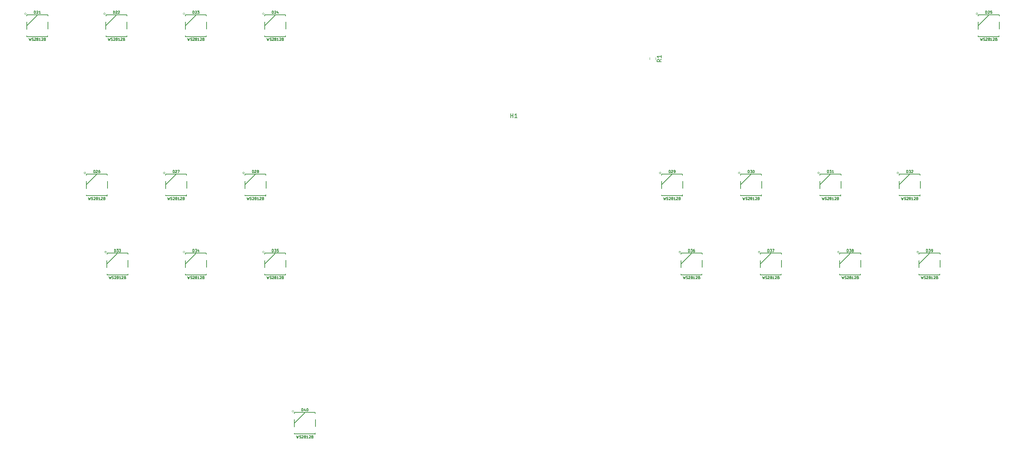
<source format=gbr>
G04 #@! TF.GenerationSoftware,KiCad,Pcbnew,5.0.1*
G04 #@! TF.CreationDate,2018-12-01T12:37:31-05:00*
G04 #@! TF.ProjectId,fightkeyb-pcb,66696768746B6579622D7063622E6B69,rev?*
G04 #@! TF.SameCoordinates,Original*
G04 #@! TF.FileFunction,Legend,Top*
G04 #@! TF.FilePolarity,Positive*
%FSLAX46Y46*%
G04 Gerber Fmt 4.6, Leading zero omitted, Abs format (unit mm)*
G04 Created by KiCad (PCBNEW 5.0.1) date Sat 01 Dec 2018 12:37:31 PM EST*
%MOMM*%
%LPD*%
G01*
G04 APERTURE LIST*
%ADD10C,0.203200*%
%ADD11C,0.100000*%
%ADD12C,0.150000*%
%ADD13C,0.120000*%
%ADD14C,0.127000*%
G04 APERTURE END LIST*
D10*
G04 #@! TO.C,D21*
X38955820Y-41230690D02*
X38955820Y-41230690D01*
D11*
X34503200Y-35170250D02*
G75*
G03X34503200Y-35170250I-203200J0D01*
G01*
D10*
X34617500Y-38027750D02*
X37157500Y-35487750D01*
X34617500Y-38027750D02*
X34617500Y-37164150D01*
X34617500Y-38891350D02*
X34617500Y-38027750D01*
X39697500Y-37138750D02*
X39697500Y-38840550D01*
X34650520Y-35434410D02*
X34650520Y-35660470D01*
X39613680Y-35434410D02*
X34650520Y-35434410D01*
X39613680Y-35439490D02*
X39613680Y-35434410D01*
X39664480Y-35439490D02*
X39613680Y-35439490D01*
X39664480Y-35708730D02*
X39664480Y-35439490D01*
X34647980Y-40638870D02*
X34647980Y-40407730D01*
X39595900Y-40638870D02*
X34647980Y-40638870D01*
X39646700Y-40384870D02*
X39646700Y-40638870D01*
D12*
X39644160Y-40665540D02*
X39593360Y-40665540D01*
G04 #@! TO.C,D22*
X58644160Y-40665540D02*
X58593360Y-40665540D01*
D10*
X58646700Y-40384870D02*
X58646700Y-40638870D01*
X58595900Y-40638870D02*
X53647980Y-40638870D01*
X53647980Y-40638870D02*
X53647980Y-40407730D01*
X58664480Y-35708730D02*
X58664480Y-35439490D01*
X58664480Y-35439490D02*
X58613680Y-35439490D01*
X58613680Y-35439490D02*
X58613680Y-35434410D01*
X58613680Y-35434410D02*
X53650520Y-35434410D01*
X53650520Y-35434410D02*
X53650520Y-35660470D01*
X58697500Y-37138750D02*
X58697500Y-38840550D01*
X53617500Y-38891350D02*
X53617500Y-38027750D01*
X53617500Y-38027750D02*
X53617500Y-37164150D01*
X53617500Y-38027750D02*
X56157500Y-35487750D01*
D11*
X53503200Y-35170250D02*
G75*
G03X53503200Y-35170250I-203200J0D01*
G01*
D10*
X57955820Y-41230690D02*
X57955820Y-41230690D01*
G04 #@! TO.C,D23*
X77045820Y-41230690D02*
X77045820Y-41230690D01*
D11*
X72593200Y-35170250D02*
G75*
G03X72593200Y-35170250I-203200J0D01*
G01*
D10*
X72707500Y-38027750D02*
X75247500Y-35487750D01*
X72707500Y-38027750D02*
X72707500Y-37164150D01*
X72707500Y-38891350D02*
X72707500Y-38027750D01*
X77787500Y-37138750D02*
X77787500Y-38840550D01*
X72740520Y-35434410D02*
X72740520Y-35660470D01*
X77703680Y-35434410D02*
X72740520Y-35434410D01*
X77703680Y-35439490D02*
X77703680Y-35434410D01*
X77754480Y-35439490D02*
X77703680Y-35439490D01*
X77754480Y-35708730D02*
X77754480Y-35439490D01*
X72737980Y-40638870D02*
X72737980Y-40407730D01*
X77685900Y-40638870D02*
X72737980Y-40638870D01*
X77736700Y-40384870D02*
X77736700Y-40638870D01*
D12*
X77734160Y-40665540D02*
X77683360Y-40665540D01*
G04 #@! TO.C,D24*
X96784160Y-40665540D02*
X96733360Y-40665540D01*
D10*
X96786700Y-40384870D02*
X96786700Y-40638870D01*
X96735900Y-40638870D02*
X91787980Y-40638870D01*
X91787980Y-40638870D02*
X91787980Y-40407730D01*
X96804480Y-35708730D02*
X96804480Y-35439490D01*
X96804480Y-35439490D02*
X96753680Y-35439490D01*
X96753680Y-35439490D02*
X96753680Y-35434410D01*
X96753680Y-35434410D02*
X91790520Y-35434410D01*
X91790520Y-35434410D02*
X91790520Y-35660470D01*
X96837500Y-37138750D02*
X96837500Y-38840550D01*
X91757500Y-38891350D02*
X91757500Y-38027750D01*
X91757500Y-38027750D02*
X91757500Y-37164150D01*
X91757500Y-38027750D02*
X94297500Y-35487750D01*
D11*
X91643200Y-35170250D02*
G75*
G03X91643200Y-35170250I-203200J0D01*
G01*
D10*
X96095820Y-41230690D02*
X96095820Y-41230690D01*
D12*
G04 #@! TO.C,D25*
X268170660Y-40665540D02*
X268119860Y-40665540D01*
D10*
X268173200Y-40384870D02*
X268173200Y-40638870D01*
X268122400Y-40638870D02*
X263174480Y-40638870D01*
X263174480Y-40638870D02*
X263174480Y-40407730D01*
X268190980Y-35708730D02*
X268190980Y-35439490D01*
X268190980Y-35439490D02*
X268140180Y-35439490D01*
X268140180Y-35439490D02*
X268140180Y-35434410D01*
X268140180Y-35434410D02*
X263177020Y-35434410D01*
X263177020Y-35434410D02*
X263177020Y-35660470D01*
X268224000Y-37138750D02*
X268224000Y-38840550D01*
X263144000Y-38891350D02*
X263144000Y-38027750D01*
X263144000Y-38027750D02*
X263144000Y-37164150D01*
X263144000Y-38027750D02*
X265684000Y-35487750D01*
D11*
X263029700Y-35170250D02*
G75*
G03X263029700Y-35170250I-203200J0D01*
G01*
D10*
X267482320Y-41230690D02*
X267482320Y-41230690D01*
G04 #@! TO.C,D26*
X53233320Y-79480690D02*
X53233320Y-79480690D01*
D11*
X48780700Y-73420250D02*
G75*
G03X48780700Y-73420250I-203200J0D01*
G01*
D10*
X48895000Y-76277750D02*
X51435000Y-73737750D01*
X48895000Y-76277750D02*
X48895000Y-75414150D01*
X48895000Y-77141350D02*
X48895000Y-76277750D01*
X53975000Y-75388750D02*
X53975000Y-77090550D01*
X48928020Y-73684410D02*
X48928020Y-73910470D01*
X53891180Y-73684410D02*
X48928020Y-73684410D01*
X53891180Y-73689490D02*
X53891180Y-73684410D01*
X53941980Y-73689490D02*
X53891180Y-73689490D01*
X53941980Y-73958730D02*
X53941980Y-73689490D01*
X48925480Y-78888870D02*
X48925480Y-78657730D01*
X53873400Y-78888870D02*
X48925480Y-78888870D01*
X53924200Y-78634870D02*
X53924200Y-78888870D01*
D12*
X53921660Y-78915540D02*
X53870860Y-78915540D01*
G04 #@! TO.C,D27*
X72971660Y-78915540D02*
X72920860Y-78915540D01*
D10*
X72974200Y-78634870D02*
X72974200Y-78888870D01*
X72923400Y-78888870D02*
X67975480Y-78888870D01*
X67975480Y-78888870D02*
X67975480Y-78657730D01*
X72991980Y-73958730D02*
X72991980Y-73689490D01*
X72991980Y-73689490D02*
X72941180Y-73689490D01*
X72941180Y-73689490D02*
X72941180Y-73684410D01*
X72941180Y-73684410D02*
X67978020Y-73684410D01*
X67978020Y-73684410D02*
X67978020Y-73910470D01*
X73025000Y-75388750D02*
X73025000Y-77090550D01*
X67945000Y-77141350D02*
X67945000Y-76277750D01*
X67945000Y-76277750D02*
X67945000Y-75414150D01*
X67945000Y-76277750D02*
X70485000Y-73737750D01*
D11*
X67830700Y-73420250D02*
G75*
G03X67830700Y-73420250I-203200J0D01*
G01*
D10*
X72283320Y-79480690D02*
X72283320Y-79480690D01*
G04 #@! TO.C,D28*
X91333320Y-79480690D02*
X91333320Y-79480690D01*
D11*
X86880700Y-73420250D02*
G75*
G03X86880700Y-73420250I-203200J0D01*
G01*
D10*
X86995000Y-76277750D02*
X89535000Y-73737750D01*
X86995000Y-76277750D02*
X86995000Y-75414150D01*
X86995000Y-77141350D02*
X86995000Y-76277750D01*
X92075000Y-75388750D02*
X92075000Y-77090550D01*
X87028020Y-73684410D02*
X87028020Y-73910470D01*
X91991180Y-73684410D02*
X87028020Y-73684410D01*
X91991180Y-73689490D02*
X91991180Y-73684410D01*
X92041980Y-73689490D02*
X91991180Y-73689490D01*
X92041980Y-73958730D02*
X92041980Y-73689490D01*
X87025480Y-78888870D02*
X87025480Y-78657730D01*
X91973400Y-78888870D02*
X87025480Y-78888870D01*
X92024200Y-78634870D02*
X92024200Y-78888870D01*
D12*
X92021660Y-78915540D02*
X91970860Y-78915540D01*
G04 #@! TO.C,D29*
X192097660Y-78915540D02*
X192046860Y-78915540D01*
D10*
X192100200Y-78634870D02*
X192100200Y-78888870D01*
X192049400Y-78888870D02*
X187101480Y-78888870D01*
X187101480Y-78888870D02*
X187101480Y-78657730D01*
X192117980Y-73958730D02*
X192117980Y-73689490D01*
X192117980Y-73689490D02*
X192067180Y-73689490D01*
X192067180Y-73689490D02*
X192067180Y-73684410D01*
X192067180Y-73684410D02*
X187104020Y-73684410D01*
X187104020Y-73684410D02*
X187104020Y-73910470D01*
X192151000Y-75388750D02*
X192151000Y-77090550D01*
X187071000Y-77141350D02*
X187071000Y-76277750D01*
X187071000Y-76277750D02*
X187071000Y-75414150D01*
X187071000Y-76277750D02*
X189611000Y-73737750D01*
D11*
X186956700Y-73420250D02*
G75*
G03X186956700Y-73420250I-203200J0D01*
G01*
D10*
X191409320Y-79480690D02*
X191409320Y-79480690D01*
G04 #@! TO.C,D30*
X210395820Y-79480690D02*
X210395820Y-79480690D01*
D11*
X205943200Y-73420250D02*
G75*
G03X205943200Y-73420250I-203200J0D01*
G01*
D10*
X206057500Y-76277750D02*
X208597500Y-73737750D01*
X206057500Y-76277750D02*
X206057500Y-75414150D01*
X206057500Y-77141350D02*
X206057500Y-76277750D01*
X211137500Y-75388750D02*
X211137500Y-77090550D01*
X206090520Y-73684410D02*
X206090520Y-73910470D01*
X211053680Y-73684410D02*
X206090520Y-73684410D01*
X211053680Y-73689490D02*
X211053680Y-73684410D01*
X211104480Y-73689490D02*
X211053680Y-73689490D01*
X211104480Y-73958730D02*
X211104480Y-73689490D01*
X206087980Y-78888870D02*
X206087980Y-78657730D01*
X211035900Y-78888870D02*
X206087980Y-78888870D01*
X211086700Y-78634870D02*
X211086700Y-78888870D01*
D12*
X211084160Y-78915540D02*
X211033360Y-78915540D01*
G04 #@! TO.C,D31*
X230144160Y-78915540D02*
X230093360Y-78915540D01*
D10*
X230146700Y-78634870D02*
X230146700Y-78888870D01*
X230095900Y-78888870D02*
X225147980Y-78888870D01*
X225147980Y-78888870D02*
X225147980Y-78657730D01*
X230164480Y-73958730D02*
X230164480Y-73689490D01*
X230164480Y-73689490D02*
X230113680Y-73689490D01*
X230113680Y-73689490D02*
X230113680Y-73684410D01*
X230113680Y-73684410D02*
X225150520Y-73684410D01*
X225150520Y-73684410D02*
X225150520Y-73910470D01*
X230197500Y-75388750D02*
X230197500Y-77090550D01*
X225117500Y-77141350D02*
X225117500Y-76277750D01*
X225117500Y-76277750D02*
X225117500Y-75414150D01*
X225117500Y-76277750D02*
X227657500Y-73737750D01*
D11*
X225003200Y-73420250D02*
G75*
G03X225003200Y-73420250I-203200J0D01*
G01*
D10*
X229455820Y-79480690D02*
X229455820Y-79480690D01*
G04 #@! TO.C,D32*
X248495820Y-79480690D02*
X248495820Y-79480690D01*
D11*
X244043200Y-73420250D02*
G75*
G03X244043200Y-73420250I-203200J0D01*
G01*
D10*
X244157500Y-76277750D02*
X246697500Y-73737750D01*
X244157500Y-76277750D02*
X244157500Y-75414150D01*
X244157500Y-77141350D02*
X244157500Y-76277750D01*
X249237500Y-75388750D02*
X249237500Y-77090550D01*
X244190520Y-73684410D02*
X244190520Y-73910470D01*
X249153680Y-73684410D02*
X244190520Y-73684410D01*
X249153680Y-73689490D02*
X249153680Y-73684410D01*
X249204480Y-73689490D02*
X249153680Y-73689490D01*
X249204480Y-73958730D02*
X249204480Y-73689490D01*
X244187980Y-78888870D02*
X244187980Y-78657730D01*
X249135900Y-78888870D02*
X244187980Y-78888870D01*
X249186700Y-78634870D02*
X249186700Y-78888870D01*
D12*
X249184160Y-78915540D02*
X249133360Y-78915540D01*
G04 #@! TO.C,D33*
X58894160Y-97915540D02*
X58843360Y-97915540D01*
D10*
X58896700Y-97634870D02*
X58896700Y-97888870D01*
X58845900Y-97888870D02*
X53897980Y-97888870D01*
X53897980Y-97888870D02*
X53897980Y-97657730D01*
X58914480Y-92958730D02*
X58914480Y-92689490D01*
X58914480Y-92689490D02*
X58863680Y-92689490D01*
X58863680Y-92689490D02*
X58863680Y-92684410D01*
X58863680Y-92684410D02*
X53900520Y-92684410D01*
X53900520Y-92684410D02*
X53900520Y-92910470D01*
X58947500Y-94388750D02*
X58947500Y-96090550D01*
X53867500Y-96141350D02*
X53867500Y-95277750D01*
X53867500Y-95277750D02*
X53867500Y-94414150D01*
X53867500Y-95277750D02*
X56407500Y-92737750D01*
D11*
X53753200Y-92420250D02*
G75*
G03X53753200Y-92420250I-203200J0D01*
G01*
D10*
X58205820Y-98480690D02*
X58205820Y-98480690D01*
G04 #@! TO.C,D34*
X77045820Y-98480690D02*
X77045820Y-98480690D01*
D11*
X72593200Y-92420250D02*
G75*
G03X72593200Y-92420250I-203200J0D01*
G01*
D10*
X72707500Y-95277750D02*
X75247500Y-92737750D01*
X72707500Y-95277750D02*
X72707500Y-94414150D01*
X72707500Y-96141350D02*
X72707500Y-95277750D01*
X77787500Y-94388750D02*
X77787500Y-96090550D01*
X72740520Y-92684410D02*
X72740520Y-92910470D01*
X77703680Y-92684410D02*
X72740520Y-92684410D01*
X77703680Y-92689490D02*
X77703680Y-92684410D01*
X77754480Y-92689490D02*
X77703680Y-92689490D01*
X77754480Y-92958730D02*
X77754480Y-92689490D01*
X72737980Y-97888870D02*
X72737980Y-97657730D01*
X77685900Y-97888870D02*
X72737980Y-97888870D01*
X77736700Y-97634870D02*
X77736700Y-97888870D01*
D12*
X77734160Y-97915540D02*
X77683360Y-97915540D01*
G04 #@! TO.C,D35*
X96784160Y-97915540D02*
X96733360Y-97915540D01*
D10*
X96786700Y-97634870D02*
X96786700Y-97888870D01*
X96735900Y-97888870D02*
X91787980Y-97888870D01*
X91787980Y-97888870D02*
X91787980Y-97657730D01*
X96804480Y-92958730D02*
X96804480Y-92689490D01*
X96804480Y-92689490D02*
X96753680Y-92689490D01*
X96753680Y-92689490D02*
X96753680Y-92684410D01*
X96753680Y-92684410D02*
X91790520Y-92684410D01*
X91790520Y-92684410D02*
X91790520Y-92910470D01*
X96837500Y-94388750D02*
X96837500Y-96090550D01*
X91757500Y-96141350D02*
X91757500Y-95277750D01*
X91757500Y-95277750D02*
X91757500Y-94414150D01*
X91757500Y-95277750D02*
X94297500Y-92737750D01*
D11*
X91643200Y-92420250D02*
G75*
G03X91643200Y-92420250I-203200J0D01*
G01*
D10*
X96095820Y-98480690D02*
X96095820Y-98480690D01*
D12*
G04 #@! TO.C,D36*
X196796660Y-97915540D02*
X196745860Y-97915540D01*
D10*
X196799200Y-97634870D02*
X196799200Y-97888870D01*
X196748400Y-97888870D02*
X191800480Y-97888870D01*
X191800480Y-97888870D02*
X191800480Y-97657730D01*
X196816980Y-92958730D02*
X196816980Y-92689490D01*
X196816980Y-92689490D02*
X196766180Y-92689490D01*
X196766180Y-92689490D02*
X196766180Y-92684410D01*
X196766180Y-92684410D02*
X191803020Y-92684410D01*
X191803020Y-92684410D02*
X191803020Y-92910470D01*
X196850000Y-94388750D02*
X196850000Y-96090550D01*
X191770000Y-96141350D02*
X191770000Y-95277750D01*
X191770000Y-95277750D02*
X191770000Y-94414150D01*
X191770000Y-95277750D02*
X194310000Y-92737750D01*
D11*
X191655700Y-92420250D02*
G75*
G03X191655700Y-92420250I-203200J0D01*
G01*
D10*
X196108320Y-98480690D02*
X196108320Y-98480690D01*
G04 #@! TO.C,D37*
X215158320Y-98480690D02*
X215158320Y-98480690D01*
D11*
X210705700Y-92420250D02*
G75*
G03X210705700Y-92420250I-203200J0D01*
G01*
D10*
X210820000Y-95277750D02*
X213360000Y-92737750D01*
X210820000Y-95277750D02*
X210820000Y-94414150D01*
X210820000Y-96141350D02*
X210820000Y-95277750D01*
X215900000Y-94388750D02*
X215900000Y-96090550D01*
X210853020Y-92684410D02*
X210853020Y-92910470D01*
X215816180Y-92684410D02*
X210853020Y-92684410D01*
X215816180Y-92689490D02*
X215816180Y-92684410D01*
X215866980Y-92689490D02*
X215816180Y-92689490D01*
X215866980Y-92958730D02*
X215866980Y-92689490D01*
X210850480Y-97888870D02*
X210850480Y-97657730D01*
X215798400Y-97888870D02*
X210850480Y-97888870D01*
X215849200Y-97634870D02*
X215849200Y-97888870D01*
D12*
X215846660Y-97915540D02*
X215795860Y-97915540D01*
G04 #@! TO.C,D38*
X234894160Y-97915540D02*
X234843360Y-97915540D01*
D10*
X234896700Y-97634870D02*
X234896700Y-97888870D01*
X234845900Y-97888870D02*
X229897980Y-97888870D01*
X229897980Y-97888870D02*
X229897980Y-97657730D01*
X234914480Y-92958730D02*
X234914480Y-92689490D01*
X234914480Y-92689490D02*
X234863680Y-92689490D01*
X234863680Y-92689490D02*
X234863680Y-92684410D01*
X234863680Y-92684410D02*
X229900520Y-92684410D01*
X229900520Y-92684410D02*
X229900520Y-92910470D01*
X234947500Y-94388750D02*
X234947500Y-96090550D01*
X229867500Y-96141350D02*
X229867500Y-95277750D01*
X229867500Y-95277750D02*
X229867500Y-94414150D01*
X229867500Y-95277750D02*
X232407500Y-92737750D01*
D11*
X229753200Y-92420250D02*
G75*
G03X229753200Y-92420250I-203200J0D01*
G01*
D10*
X234205820Y-98480690D02*
X234205820Y-98480690D01*
G04 #@! TO.C,D39*
X253258320Y-98480690D02*
X253258320Y-98480690D01*
D11*
X248805700Y-92420250D02*
G75*
G03X248805700Y-92420250I-203200J0D01*
G01*
D10*
X248920000Y-95277750D02*
X251460000Y-92737750D01*
X248920000Y-95277750D02*
X248920000Y-94414150D01*
X248920000Y-96141350D02*
X248920000Y-95277750D01*
X254000000Y-94388750D02*
X254000000Y-96090550D01*
X248953020Y-92684410D02*
X248953020Y-92910470D01*
X253916180Y-92684410D02*
X248953020Y-92684410D01*
X253916180Y-92689490D02*
X253916180Y-92684410D01*
X253966980Y-92689490D02*
X253916180Y-92689490D01*
X253966980Y-92958730D02*
X253966980Y-92689490D01*
X248950480Y-97888870D02*
X248950480Y-97657730D01*
X253898400Y-97888870D02*
X248950480Y-97888870D01*
X253949200Y-97634870D02*
X253949200Y-97888870D01*
D12*
X253946660Y-97915540D02*
X253895860Y-97915540D01*
D10*
G04 #@! TO.C,D40*
X103205820Y-136730690D02*
X103205820Y-136730690D01*
D11*
X98753200Y-130670250D02*
G75*
G03X98753200Y-130670250I-203200J0D01*
G01*
D10*
X98867500Y-133527750D02*
X101407500Y-130987750D01*
X98867500Y-133527750D02*
X98867500Y-132664150D01*
X98867500Y-134391350D02*
X98867500Y-133527750D01*
X103947500Y-132638750D02*
X103947500Y-134340550D01*
X98900520Y-130934410D02*
X98900520Y-131160470D01*
X103863680Y-130934410D02*
X98900520Y-130934410D01*
X103863680Y-130939490D02*
X103863680Y-130934410D01*
X103914480Y-130939490D02*
X103863680Y-130939490D01*
X103914480Y-131208730D02*
X103914480Y-130939490D01*
X98897980Y-136138870D02*
X98897980Y-135907730D01*
X103845900Y-136138870D02*
X98897980Y-136138870D01*
X103896700Y-135884870D02*
X103896700Y-136138870D01*
D12*
X103894160Y-136165540D02*
X103843360Y-136165540D01*
D13*
G04 #@! TO.C,R1*
X185648750Y-45697748D02*
X185648750Y-46220252D01*
X184228750Y-45697748D02*
X184228750Y-46220252D01*
G04 #@! TO.C,H1*
D12*
X150839345Y-60161380D02*
X150839345Y-59161380D01*
X150839345Y-59637571D02*
X151410773Y-59637571D01*
X151410773Y-60161380D02*
X151410773Y-59161380D01*
X152410773Y-60161380D02*
X151839345Y-60161380D01*
X152125059Y-60161380D02*
X152125059Y-59161380D01*
X152029821Y-59304238D01*
X151934583Y-59399476D01*
X151839345Y-59447095D01*
G04 #@! TO.C,D21*
D14*
X36417271Y-35128521D02*
X36417271Y-34518921D01*
X36562414Y-34518921D01*
X36649500Y-34547950D01*
X36707557Y-34606007D01*
X36736585Y-34664064D01*
X36765614Y-34780178D01*
X36765614Y-34867264D01*
X36736585Y-34983378D01*
X36707557Y-35041435D01*
X36649500Y-35099492D01*
X36562414Y-35128521D01*
X36417271Y-35128521D01*
X36997842Y-34576978D02*
X37026871Y-34547950D01*
X37084928Y-34518921D01*
X37230071Y-34518921D01*
X37288128Y-34547950D01*
X37317157Y-34576978D01*
X37346185Y-34635035D01*
X37346185Y-34693092D01*
X37317157Y-34780178D01*
X36968814Y-35128521D01*
X37346185Y-35128521D01*
X37926757Y-35128521D02*
X37578414Y-35128521D01*
X37752585Y-35128521D02*
X37752585Y-34518921D01*
X37694528Y-34606007D01*
X37636471Y-34664064D01*
X37578414Y-34693092D01*
X35140014Y-40995921D02*
X35285157Y-41605521D01*
X35401271Y-41170092D01*
X35517385Y-41605521D01*
X35662528Y-40995921D01*
X35865728Y-41576492D02*
X35952814Y-41605521D01*
X36097957Y-41605521D01*
X36156014Y-41576492D01*
X36185042Y-41547464D01*
X36214071Y-41489407D01*
X36214071Y-41431350D01*
X36185042Y-41373292D01*
X36156014Y-41344264D01*
X36097957Y-41315235D01*
X35981842Y-41286207D01*
X35923785Y-41257178D01*
X35894757Y-41228150D01*
X35865728Y-41170092D01*
X35865728Y-41112035D01*
X35894757Y-41053978D01*
X35923785Y-41024950D01*
X35981842Y-40995921D01*
X36126985Y-40995921D01*
X36214071Y-41024950D01*
X36446300Y-41053978D02*
X36475328Y-41024950D01*
X36533385Y-40995921D01*
X36678528Y-40995921D01*
X36736585Y-41024950D01*
X36765614Y-41053978D01*
X36794642Y-41112035D01*
X36794642Y-41170092D01*
X36765614Y-41257178D01*
X36417271Y-41605521D01*
X36794642Y-41605521D01*
X37142985Y-41257178D02*
X37084928Y-41228150D01*
X37055900Y-41199121D01*
X37026871Y-41141064D01*
X37026871Y-41112035D01*
X37055900Y-41053978D01*
X37084928Y-41024950D01*
X37142985Y-40995921D01*
X37259100Y-40995921D01*
X37317157Y-41024950D01*
X37346185Y-41053978D01*
X37375214Y-41112035D01*
X37375214Y-41141064D01*
X37346185Y-41199121D01*
X37317157Y-41228150D01*
X37259100Y-41257178D01*
X37142985Y-41257178D01*
X37084928Y-41286207D01*
X37055900Y-41315235D01*
X37026871Y-41373292D01*
X37026871Y-41489407D01*
X37055900Y-41547464D01*
X37084928Y-41576492D01*
X37142985Y-41605521D01*
X37259100Y-41605521D01*
X37317157Y-41576492D01*
X37346185Y-41547464D01*
X37375214Y-41489407D01*
X37375214Y-41373292D01*
X37346185Y-41315235D01*
X37317157Y-41286207D01*
X37259100Y-41257178D01*
X37955785Y-41605521D02*
X37607442Y-41605521D01*
X37781614Y-41605521D02*
X37781614Y-40995921D01*
X37723557Y-41083007D01*
X37665500Y-41141064D01*
X37607442Y-41170092D01*
X38188014Y-41053978D02*
X38217042Y-41024950D01*
X38275100Y-40995921D01*
X38420242Y-40995921D01*
X38478300Y-41024950D01*
X38507328Y-41053978D01*
X38536357Y-41112035D01*
X38536357Y-41170092D01*
X38507328Y-41257178D01*
X38158985Y-41605521D01*
X38536357Y-41605521D01*
X39000814Y-41286207D02*
X39087900Y-41315235D01*
X39116928Y-41344264D01*
X39145957Y-41402321D01*
X39145957Y-41489407D01*
X39116928Y-41547464D01*
X39087900Y-41576492D01*
X39029842Y-41605521D01*
X38797614Y-41605521D01*
X38797614Y-40995921D01*
X39000814Y-40995921D01*
X39058871Y-41024950D01*
X39087900Y-41053978D01*
X39116928Y-41112035D01*
X39116928Y-41170092D01*
X39087900Y-41228150D01*
X39058871Y-41257178D01*
X39000814Y-41286207D01*
X38797614Y-41286207D01*
G04 #@! TO.C,D22*
X55417271Y-35128521D02*
X55417271Y-34518921D01*
X55562414Y-34518921D01*
X55649500Y-34547950D01*
X55707557Y-34606007D01*
X55736585Y-34664064D01*
X55765614Y-34780178D01*
X55765614Y-34867264D01*
X55736585Y-34983378D01*
X55707557Y-35041435D01*
X55649500Y-35099492D01*
X55562414Y-35128521D01*
X55417271Y-35128521D01*
X55997842Y-34576978D02*
X56026871Y-34547950D01*
X56084928Y-34518921D01*
X56230071Y-34518921D01*
X56288128Y-34547950D01*
X56317157Y-34576978D01*
X56346185Y-34635035D01*
X56346185Y-34693092D01*
X56317157Y-34780178D01*
X55968814Y-35128521D01*
X56346185Y-35128521D01*
X56578414Y-34576978D02*
X56607442Y-34547950D01*
X56665500Y-34518921D01*
X56810642Y-34518921D01*
X56868700Y-34547950D01*
X56897728Y-34576978D01*
X56926757Y-34635035D01*
X56926757Y-34693092D01*
X56897728Y-34780178D01*
X56549385Y-35128521D01*
X56926757Y-35128521D01*
X54140014Y-40995921D02*
X54285157Y-41605521D01*
X54401271Y-41170092D01*
X54517385Y-41605521D01*
X54662528Y-40995921D01*
X54865728Y-41576492D02*
X54952814Y-41605521D01*
X55097957Y-41605521D01*
X55156014Y-41576492D01*
X55185042Y-41547464D01*
X55214071Y-41489407D01*
X55214071Y-41431350D01*
X55185042Y-41373292D01*
X55156014Y-41344264D01*
X55097957Y-41315235D01*
X54981842Y-41286207D01*
X54923785Y-41257178D01*
X54894757Y-41228150D01*
X54865728Y-41170092D01*
X54865728Y-41112035D01*
X54894757Y-41053978D01*
X54923785Y-41024950D01*
X54981842Y-40995921D01*
X55126985Y-40995921D01*
X55214071Y-41024950D01*
X55446300Y-41053978D02*
X55475328Y-41024950D01*
X55533385Y-40995921D01*
X55678528Y-40995921D01*
X55736585Y-41024950D01*
X55765614Y-41053978D01*
X55794642Y-41112035D01*
X55794642Y-41170092D01*
X55765614Y-41257178D01*
X55417271Y-41605521D01*
X55794642Y-41605521D01*
X56142985Y-41257178D02*
X56084928Y-41228150D01*
X56055900Y-41199121D01*
X56026871Y-41141064D01*
X56026871Y-41112035D01*
X56055900Y-41053978D01*
X56084928Y-41024950D01*
X56142985Y-40995921D01*
X56259100Y-40995921D01*
X56317157Y-41024950D01*
X56346185Y-41053978D01*
X56375214Y-41112035D01*
X56375214Y-41141064D01*
X56346185Y-41199121D01*
X56317157Y-41228150D01*
X56259100Y-41257178D01*
X56142985Y-41257178D01*
X56084928Y-41286207D01*
X56055900Y-41315235D01*
X56026871Y-41373292D01*
X56026871Y-41489407D01*
X56055900Y-41547464D01*
X56084928Y-41576492D01*
X56142985Y-41605521D01*
X56259100Y-41605521D01*
X56317157Y-41576492D01*
X56346185Y-41547464D01*
X56375214Y-41489407D01*
X56375214Y-41373292D01*
X56346185Y-41315235D01*
X56317157Y-41286207D01*
X56259100Y-41257178D01*
X56955785Y-41605521D02*
X56607442Y-41605521D01*
X56781614Y-41605521D02*
X56781614Y-40995921D01*
X56723557Y-41083007D01*
X56665500Y-41141064D01*
X56607442Y-41170092D01*
X57188014Y-41053978D02*
X57217042Y-41024950D01*
X57275100Y-40995921D01*
X57420242Y-40995921D01*
X57478300Y-41024950D01*
X57507328Y-41053978D01*
X57536357Y-41112035D01*
X57536357Y-41170092D01*
X57507328Y-41257178D01*
X57158985Y-41605521D01*
X57536357Y-41605521D01*
X58000814Y-41286207D02*
X58087900Y-41315235D01*
X58116928Y-41344264D01*
X58145957Y-41402321D01*
X58145957Y-41489407D01*
X58116928Y-41547464D01*
X58087900Y-41576492D01*
X58029842Y-41605521D01*
X57797614Y-41605521D01*
X57797614Y-40995921D01*
X58000814Y-40995921D01*
X58058871Y-41024950D01*
X58087900Y-41053978D01*
X58116928Y-41112035D01*
X58116928Y-41170092D01*
X58087900Y-41228150D01*
X58058871Y-41257178D01*
X58000814Y-41286207D01*
X57797614Y-41286207D01*
G04 #@! TO.C,D23*
X74507271Y-35128521D02*
X74507271Y-34518921D01*
X74652414Y-34518921D01*
X74739500Y-34547950D01*
X74797557Y-34606007D01*
X74826585Y-34664064D01*
X74855614Y-34780178D01*
X74855614Y-34867264D01*
X74826585Y-34983378D01*
X74797557Y-35041435D01*
X74739500Y-35099492D01*
X74652414Y-35128521D01*
X74507271Y-35128521D01*
X75087842Y-34576978D02*
X75116871Y-34547950D01*
X75174928Y-34518921D01*
X75320071Y-34518921D01*
X75378128Y-34547950D01*
X75407157Y-34576978D01*
X75436185Y-34635035D01*
X75436185Y-34693092D01*
X75407157Y-34780178D01*
X75058814Y-35128521D01*
X75436185Y-35128521D01*
X75639385Y-34518921D02*
X76016757Y-34518921D01*
X75813557Y-34751150D01*
X75900642Y-34751150D01*
X75958700Y-34780178D01*
X75987728Y-34809207D01*
X76016757Y-34867264D01*
X76016757Y-35012407D01*
X75987728Y-35070464D01*
X75958700Y-35099492D01*
X75900642Y-35128521D01*
X75726471Y-35128521D01*
X75668414Y-35099492D01*
X75639385Y-35070464D01*
X73230014Y-40995921D02*
X73375157Y-41605521D01*
X73491271Y-41170092D01*
X73607385Y-41605521D01*
X73752528Y-40995921D01*
X73955728Y-41576492D02*
X74042814Y-41605521D01*
X74187957Y-41605521D01*
X74246014Y-41576492D01*
X74275042Y-41547464D01*
X74304071Y-41489407D01*
X74304071Y-41431350D01*
X74275042Y-41373292D01*
X74246014Y-41344264D01*
X74187957Y-41315235D01*
X74071842Y-41286207D01*
X74013785Y-41257178D01*
X73984757Y-41228150D01*
X73955728Y-41170092D01*
X73955728Y-41112035D01*
X73984757Y-41053978D01*
X74013785Y-41024950D01*
X74071842Y-40995921D01*
X74216985Y-40995921D01*
X74304071Y-41024950D01*
X74536300Y-41053978D02*
X74565328Y-41024950D01*
X74623385Y-40995921D01*
X74768528Y-40995921D01*
X74826585Y-41024950D01*
X74855614Y-41053978D01*
X74884642Y-41112035D01*
X74884642Y-41170092D01*
X74855614Y-41257178D01*
X74507271Y-41605521D01*
X74884642Y-41605521D01*
X75232985Y-41257178D02*
X75174928Y-41228150D01*
X75145900Y-41199121D01*
X75116871Y-41141064D01*
X75116871Y-41112035D01*
X75145900Y-41053978D01*
X75174928Y-41024950D01*
X75232985Y-40995921D01*
X75349100Y-40995921D01*
X75407157Y-41024950D01*
X75436185Y-41053978D01*
X75465214Y-41112035D01*
X75465214Y-41141064D01*
X75436185Y-41199121D01*
X75407157Y-41228150D01*
X75349100Y-41257178D01*
X75232985Y-41257178D01*
X75174928Y-41286207D01*
X75145900Y-41315235D01*
X75116871Y-41373292D01*
X75116871Y-41489407D01*
X75145900Y-41547464D01*
X75174928Y-41576492D01*
X75232985Y-41605521D01*
X75349100Y-41605521D01*
X75407157Y-41576492D01*
X75436185Y-41547464D01*
X75465214Y-41489407D01*
X75465214Y-41373292D01*
X75436185Y-41315235D01*
X75407157Y-41286207D01*
X75349100Y-41257178D01*
X76045785Y-41605521D02*
X75697442Y-41605521D01*
X75871614Y-41605521D02*
X75871614Y-40995921D01*
X75813557Y-41083007D01*
X75755500Y-41141064D01*
X75697442Y-41170092D01*
X76278014Y-41053978D02*
X76307042Y-41024950D01*
X76365100Y-40995921D01*
X76510242Y-40995921D01*
X76568300Y-41024950D01*
X76597328Y-41053978D01*
X76626357Y-41112035D01*
X76626357Y-41170092D01*
X76597328Y-41257178D01*
X76248985Y-41605521D01*
X76626357Y-41605521D01*
X77090814Y-41286207D02*
X77177900Y-41315235D01*
X77206928Y-41344264D01*
X77235957Y-41402321D01*
X77235957Y-41489407D01*
X77206928Y-41547464D01*
X77177900Y-41576492D01*
X77119842Y-41605521D01*
X76887614Y-41605521D01*
X76887614Y-40995921D01*
X77090814Y-40995921D01*
X77148871Y-41024950D01*
X77177900Y-41053978D01*
X77206928Y-41112035D01*
X77206928Y-41170092D01*
X77177900Y-41228150D01*
X77148871Y-41257178D01*
X77090814Y-41286207D01*
X76887614Y-41286207D01*
G04 #@! TO.C,D24*
X93557271Y-35128521D02*
X93557271Y-34518921D01*
X93702414Y-34518921D01*
X93789500Y-34547950D01*
X93847557Y-34606007D01*
X93876585Y-34664064D01*
X93905614Y-34780178D01*
X93905614Y-34867264D01*
X93876585Y-34983378D01*
X93847557Y-35041435D01*
X93789500Y-35099492D01*
X93702414Y-35128521D01*
X93557271Y-35128521D01*
X94137842Y-34576978D02*
X94166871Y-34547950D01*
X94224928Y-34518921D01*
X94370071Y-34518921D01*
X94428128Y-34547950D01*
X94457157Y-34576978D01*
X94486185Y-34635035D01*
X94486185Y-34693092D01*
X94457157Y-34780178D01*
X94108814Y-35128521D01*
X94486185Y-35128521D01*
X95008700Y-34722121D02*
X95008700Y-35128521D01*
X94863557Y-34489892D02*
X94718414Y-34925321D01*
X95095785Y-34925321D01*
X92280014Y-40995921D02*
X92425157Y-41605521D01*
X92541271Y-41170092D01*
X92657385Y-41605521D01*
X92802528Y-40995921D01*
X93005728Y-41576492D02*
X93092814Y-41605521D01*
X93237957Y-41605521D01*
X93296014Y-41576492D01*
X93325042Y-41547464D01*
X93354071Y-41489407D01*
X93354071Y-41431350D01*
X93325042Y-41373292D01*
X93296014Y-41344264D01*
X93237957Y-41315235D01*
X93121842Y-41286207D01*
X93063785Y-41257178D01*
X93034757Y-41228150D01*
X93005728Y-41170092D01*
X93005728Y-41112035D01*
X93034757Y-41053978D01*
X93063785Y-41024950D01*
X93121842Y-40995921D01*
X93266985Y-40995921D01*
X93354071Y-41024950D01*
X93586300Y-41053978D02*
X93615328Y-41024950D01*
X93673385Y-40995921D01*
X93818528Y-40995921D01*
X93876585Y-41024950D01*
X93905614Y-41053978D01*
X93934642Y-41112035D01*
X93934642Y-41170092D01*
X93905614Y-41257178D01*
X93557271Y-41605521D01*
X93934642Y-41605521D01*
X94282985Y-41257178D02*
X94224928Y-41228150D01*
X94195900Y-41199121D01*
X94166871Y-41141064D01*
X94166871Y-41112035D01*
X94195900Y-41053978D01*
X94224928Y-41024950D01*
X94282985Y-40995921D01*
X94399100Y-40995921D01*
X94457157Y-41024950D01*
X94486185Y-41053978D01*
X94515214Y-41112035D01*
X94515214Y-41141064D01*
X94486185Y-41199121D01*
X94457157Y-41228150D01*
X94399100Y-41257178D01*
X94282985Y-41257178D01*
X94224928Y-41286207D01*
X94195900Y-41315235D01*
X94166871Y-41373292D01*
X94166871Y-41489407D01*
X94195900Y-41547464D01*
X94224928Y-41576492D01*
X94282985Y-41605521D01*
X94399100Y-41605521D01*
X94457157Y-41576492D01*
X94486185Y-41547464D01*
X94515214Y-41489407D01*
X94515214Y-41373292D01*
X94486185Y-41315235D01*
X94457157Y-41286207D01*
X94399100Y-41257178D01*
X95095785Y-41605521D02*
X94747442Y-41605521D01*
X94921614Y-41605521D02*
X94921614Y-40995921D01*
X94863557Y-41083007D01*
X94805500Y-41141064D01*
X94747442Y-41170092D01*
X95328014Y-41053978D02*
X95357042Y-41024950D01*
X95415100Y-40995921D01*
X95560242Y-40995921D01*
X95618300Y-41024950D01*
X95647328Y-41053978D01*
X95676357Y-41112035D01*
X95676357Y-41170092D01*
X95647328Y-41257178D01*
X95298985Y-41605521D01*
X95676357Y-41605521D01*
X96140814Y-41286207D02*
X96227900Y-41315235D01*
X96256928Y-41344264D01*
X96285957Y-41402321D01*
X96285957Y-41489407D01*
X96256928Y-41547464D01*
X96227900Y-41576492D01*
X96169842Y-41605521D01*
X95937614Y-41605521D01*
X95937614Y-40995921D01*
X96140814Y-40995921D01*
X96198871Y-41024950D01*
X96227900Y-41053978D01*
X96256928Y-41112035D01*
X96256928Y-41170092D01*
X96227900Y-41228150D01*
X96198871Y-41257178D01*
X96140814Y-41286207D01*
X95937614Y-41286207D01*
G04 #@! TO.C,D25*
X264943771Y-35128521D02*
X264943771Y-34518921D01*
X265088914Y-34518921D01*
X265176000Y-34547950D01*
X265234057Y-34606007D01*
X265263085Y-34664064D01*
X265292114Y-34780178D01*
X265292114Y-34867264D01*
X265263085Y-34983378D01*
X265234057Y-35041435D01*
X265176000Y-35099492D01*
X265088914Y-35128521D01*
X264943771Y-35128521D01*
X265524342Y-34576978D02*
X265553371Y-34547950D01*
X265611428Y-34518921D01*
X265756571Y-34518921D01*
X265814628Y-34547950D01*
X265843657Y-34576978D01*
X265872685Y-34635035D01*
X265872685Y-34693092D01*
X265843657Y-34780178D01*
X265495314Y-35128521D01*
X265872685Y-35128521D01*
X266424228Y-34518921D02*
X266133942Y-34518921D01*
X266104914Y-34809207D01*
X266133942Y-34780178D01*
X266192000Y-34751150D01*
X266337142Y-34751150D01*
X266395200Y-34780178D01*
X266424228Y-34809207D01*
X266453257Y-34867264D01*
X266453257Y-35012407D01*
X266424228Y-35070464D01*
X266395200Y-35099492D01*
X266337142Y-35128521D01*
X266192000Y-35128521D01*
X266133942Y-35099492D01*
X266104914Y-35070464D01*
X263666514Y-40995921D02*
X263811657Y-41605521D01*
X263927771Y-41170092D01*
X264043885Y-41605521D01*
X264189028Y-40995921D01*
X264392228Y-41576492D02*
X264479314Y-41605521D01*
X264624457Y-41605521D01*
X264682514Y-41576492D01*
X264711542Y-41547464D01*
X264740571Y-41489407D01*
X264740571Y-41431350D01*
X264711542Y-41373292D01*
X264682514Y-41344264D01*
X264624457Y-41315235D01*
X264508342Y-41286207D01*
X264450285Y-41257178D01*
X264421257Y-41228150D01*
X264392228Y-41170092D01*
X264392228Y-41112035D01*
X264421257Y-41053978D01*
X264450285Y-41024950D01*
X264508342Y-40995921D01*
X264653485Y-40995921D01*
X264740571Y-41024950D01*
X264972800Y-41053978D02*
X265001828Y-41024950D01*
X265059885Y-40995921D01*
X265205028Y-40995921D01*
X265263085Y-41024950D01*
X265292114Y-41053978D01*
X265321142Y-41112035D01*
X265321142Y-41170092D01*
X265292114Y-41257178D01*
X264943771Y-41605521D01*
X265321142Y-41605521D01*
X265669485Y-41257178D02*
X265611428Y-41228150D01*
X265582400Y-41199121D01*
X265553371Y-41141064D01*
X265553371Y-41112035D01*
X265582400Y-41053978D01*
X265611428Y-41024950D01*
X265669485Y-40995921D01*
X265785600Y-40995921D01*
X265843657Y-41024950D01*
X265872685Y-41053978D01*
X265901714Y-41112035D01*
X265901714Y-41141064D01*
X265872685Y-41199121D01*
X265843657Y-41228150D01*
X265785600Y-41257178D01*
X265669485Y-41257178D01*
X265611428Y-41286207D01*
X265582400Y-41315235D01*
X265553371Y-41373292D01*
X265553371Y-41489407D01*
X265582400Y-41547464D01*
X265611428Y-41576492D01*
X265669485Y-41605521D01*
X265785600Y-41605521D01*
X265843657Y-41576492D01*
X265872685Y-41547464D01*
X265901714Y-41489407D01*
X265901714Y-41373292D01*
X265872685Y-41315235D01*
X265843657Y-41286207D01*
X265785600Y-41257178D01*
X266482285Y-41605521D02*
X266133942Y-41605521D01*
X266308114Y-41605521D02*
X266308114Y-40995921D01*
X266250057Y-41083007D01*
X266192000Y-41141064D01*
X266133942Y-41170092D01*
X266714514Y-41053978D02*
X266743542Y-41024950D01*
X266801600Y-40995921D01*
X266946742Y-40995921D01*
X267004800Y-41024950D01*
X267033828Y-41053978D01*
X267062857Y-41112035D01*
X267062857Y-41170092D01*
X267033828Y-41257178D01*
X266685485Y-41605521D01*
X267062857Y-41605521D01*
X267527314Y-41286207D02*
X267614400Y-41315235D01*
X267643428Y-41344264D01*
X267672457Y-41402321D01*
X267672457Y-41489407D01*
X267643428Y-41547464D01*
X267614400Y-41576492D01*
X267556342Y-41605521D01*
X267324114Y-41605521D01*
X267324114Y-40995921D01*
X267527314Y-40995921D01*
X267585371Y-41024950D01*
X267614400Y-41053978D01*
X267643428Y-41112035D01*
X267643428Y-41170092D01*
X267614400Y-41228150D01*
X267585371Y-41257178D01*
X267527314Y-41286207D01*
X267324114Y-41286207D01*
G04 #@! TO.C,D26*
X50694771Y-73378521D02*
X50694771Y-72768921D01*
X50839914Y-72768921D01*
X50927000Y-72797950D01*
X50985057Y-72856007D01*
X51014085Y-72914064D01*
X51043114Y-73030178D01*
X51043114Y-73117264D01*
X51014085Y-73233378D01*
X50985057Y-73291435D01*
X50927000Y-73349492D01*
X50839914Y-73378521D01*
X50694771Y-73378521D01*
X51275342Y-72826978D02*
X51304371Y-72797950D01*
X51362428Y-72768921D01*
X51507571Y-72768921D01*
X51565628Y-72797950D01*
X51594657Y-72826978D01*
X51623685Y-72885035D01*
X51623685Y-72943092D01*
X51594657Y-73030178D01*
X51246314Y-73378521D01*
X51623685Y-73378521D01*
X52146200Y-72768921D02*
X52030085Y-72768921D01*
X51972028Y-72797950D01*
X51943000Y-72826978D01*
X51884942Y-72914064D01*
X51855914Y-73030178D01*
X51855914Y-73262407D01*
X51884942Y-73320464D01*
X51913971Y-73349492D01*
X51972028Y-73378521D01*
X52088142Y-73378521D01*
X52146200Y-73349492D01*
X52175228Y-73320464D01*
X52204257Y-73262407D01*
X52204257Y-73117264D01*
X52175228Y-73059207D01*
X52146200Y-73030178D01*
X52088142Y-73001150D01*
X51972028Y-73001150D01*
X51913971Y-73030178D01*
X51884942Y-73059207D01*
X51855914Y-73117264D01*
X49417514Y-79245921D02*
X49562657Y-79855521D01*
X49678771Y-79420092D01*
X49794885Y-79855521D01*
X49940028Y-79245921D01*
X50143228Y-79826492D02*
X50230314Y-79855521D01*
X50375457Y-79855521D01*
X50433514Y-79826492D01*
X50462542Y-79797464D01*
X50491571Y-79739407D01*
X50491571Y-79681350D01*
X50462542Y-79623292D01*
X50433514Y-79594264D01*
X50375457Y-79565235D01*
X50259342Y-79536207D01*
X50201285Y-79507178D01*
X50172257Y-79478150D01*
X50143228Y-79420092D01*
X50143228Y-79362035D01*
X50172257Y-79303978D01*
X50201285Y-79274950D01*
X50259342Y-79245921D01*
X50404485Y-79245921D01*
X50491571Y-79274950D01*
X50723800Y-79303978D02*
X50752828Y-79274950D01*
X50810885Y-79245921D01*
X50956028Y-79245921D01*
X51014085Y-79274950D01*
X51043114Y-79303978D01*
X51072142Y-79362035D01*
X51072142Y-79420092D01*
X51043114Y-79507178D01*
X50694771Y-79855521D01*
X51072142Y-79855521D01*
X51420485Y-79507178D02*
X51362428Y-79478150D01*
X51333400Y-79449121D01*
X51304371Y-79391064D01*
X51304371Y-79362035D01*
X51333400Y-79303978D01*
X51362428Y-79274950D01*
X51420485Y-79245921D01*
X51536600Y-79245921D01*
X51594657Y-79274950D01*
X51623685Y-79303978D01*
X51652714Y-79362035D01*
X51652714Y-79391064D01*
X51623685Y-79449121D01*
X51594657Y-79478150D01*
X51536600Y-79507178D01*
X51420485Y-79507178D01*
X51362428Y-79536207D01*
X51333400Y-79565235D01*
X51304371Y-79623292D01*
X51304371Y-79739407D01*
X51333400Y-79797464D01*
X51362428Y-79826492D01*
X51420485Y-79855521D01*
X51536600Y-79855521D01*
X51594657Y-79826492D01*
X51623685Y-79797464D01*
X51652714Y-79739407D01*
X51652714Y-79623292D01*
X51623685Y-79565235D01*
X51594657Y-79536207D01*
X51536600Y-79507178D01*
X52233285Y-79855521D02*
X51884942Y-79855521D01*
X52059114Y-79855521D02*
X52059114Y-79245921D01*
X52001057Y-79333007D01*
X51943000Y-79391064D01*
X51884942Y-79420092D01*
X52465514Y-79303978D02*
X52494542Y-79274950D01*
X52552600Y-79245921D01*
X52697742Y-79245921D01*
X52755800Y-79274950D01*
X52784828Y-79303978D01*
X52813857Y-79362035D01*
X52813857Y-79420092D01*
X52784828Y-79507178D01*
X52436485Y-79855521D01*
X52813857Y-79855521D01*
X53278314Y-79536207D02*
X53365400Y-79565235D01*
X53394428Y-79594264D01*
X53423457Y-79652321D01*
X53423457Y-79739407D01*
X53394428Y-79797464D01*
X53365400Y-79826492D01*
X53307342Y-79855521D01*
X53075114Y-79855521D01*
X53075114Y-79245921D01*
X53278314Y-79245921D01*
X53336371Y-79274950D01*
X53365400Y-79303978D01*
X53394428Y-79362035D01*
X53394428Y-79420092D01*
X53365400Y-79478150D01*
X53336371Y-79507178D01*
X53278314Y-79536207D01*
X53075114Y-79536207D01*
G04 #@! TO.C,D27*
X69744771Y-73378521D02*
X69744771Y-72768921D01*
X69889914Y-72768921D01*
X69977000Y-72797950D01*
X70035057Y-72856007D01*
X70064085Y-72914064D01*
X70093114Y-73030178D01*
X70093114Y-73117264D01*
X70064085Y-73233378D01*
X70035057Y-73291435D01*
X69977000Y-73349492D01*
X69889914Y-73378521D01*
X69744771Y-73378521D01*
X70325342Y-72826978D02*
X70354371Y-72797950D01*
X70412428Y-72768921D01*
X70557571Y-72768921D01*
X70615628Y-72797950D01*
X70644657Y-72826978D01*
X70673685Y-72885035D01*
X70673685Y-72943092D01*
X70644657Y-73030178D01*
X70296314Y-73378521D01*
X70673685Y-73378521D01*
X70876885Y-72768921D02*
X71283285Y-72768921D01*
X71022028Y-73378521D01*
X68467514Y-79245921D02*
X68612657Y-79855521D01*
X68728771Y-79420092D01*
X68844885Y-79855521D01*
X68990028Y-79245921D01*
X69193228Y-79826492D02*
X69280314Y-79855521D01*
X69425457Y-79855521D01*
X69483514Y-79826492D01*
X69512542Y-79797464D01*
X69541571Y-79739407D01*
X69541571Y-79681350D01*
X69512542Y-79623292D01*
X69483514Y-79594264D01*
X69425457Y-79565235D01*
X69309342Y-79536207D01*
X69251285Y-79507178D01*
X69222257Y-79478150D01*
X69193228Y-79420092D01*
X69193228Y-79362035D01*
X69222257Y-79303978D01*
X69251285Y-79274950D01*
X69309342Y-79245921D01*
X69454485Y-79245921D01*
X69541571Y-79274950D01*
X69773800Y-79303978D02*
X69802828Y-79274950D01*
X69860885Y-79245921D01*
X70006028Y-79245921D01*
X70064085Y-79274950D01*
X70093114Y-79303978D01*
X70122142Y-79362035D01*
X70122142Y-79420092D01*
X70093114Y-79507178D01*
X69744771Y-79855521D01*
X70122142Y-79855521D01*
X70470485Y-79507178D02*
X70412428Y-79478150D01*
X70383400Y-79449121D01*
X70354371Y-79391064D01*
X70354371Y-79362035D01*
X70383400Y-79303978D01*
X70412428Y-79274950D01*
X70470485Y-79245921D01*
X70586600Y-79245921D01*
X70644657Y-79274950D01*
X70673685Y-79303978D01*
X70702714Y-79362035D01*
X70702714Y-79391064D01*
X70673685Y-79449121D01*
X70644657Y-79478150D01*
X70586600Y-79507178D01*
X70470485Y-79507178D01*
X70412428Y-79536207D01*
X70383400Y-79565235D01*
X70354371Y-79623292D01*
X70354371Y-79739407D01*
X70383400Y-79797464D01*
X70412428Y-79826492D01*
X70470485Y-79855521D01*
X70586600Y-79855521D01*
X70644657Y-79826492D01*
X70673685Y-79797464D01*
X70702714Y-79739407D01*
X70702714Y-79623292D01*
X70673685Y-79565235D01*
X70644657Y-79536207D01*
X70586600Y-79507178D01*
X71283285Y-79855521D02*
X70934942Y-79855521D01*
X71109114Y-79855521D02*
X71109114Y-79245921D01*
X71051057Y-79333007D01*
X70993000Y-79391064D01*
X70934942Y-79420092D01*
X71515514Y-79303978D02*
X71544542Y-79274950D01*
X71602600Y-79245921D01*
X71747742Y-79245921D01*
X71805800Y-79274950D01*
X71834828Y-79303978D01*
X71863857Y-79362035D01*
X71863857Y-79420092D01*
X71834828Y-79507178D01*
X71486485Y-79855521D01*
X71863857Y-79855521D01*
X72328314Y-79536207D02*
X72415400Y-79565235D01*
X72444428Y-79594264D01*
X72473457Y-79652321D01*
X72473457Y-79739407D01*
X72444428Y-79797464D01*
X72415400Y-79826492D01*
X72357342Y-79855521D01*
X72125114Y-79855521D01*
X72125114Y-79245921D01*
X72328314Y-79245921D01*
X72386371Y-79274950D01*
X72415400Y-79303978D01*
X72444428Y-79362035D01*
X72444428Y-79420092D01*
X72415400Y-79478150D01*
X72386371Y-79507178D01*
X72328314Y-79536207D01*
X72125114Y-79536207D01*
G04 #@! TO.C,D28*
X88794771Y-73378521D02*
X88794771Y-72768921D01*
X88939914Y-72768921D01*
X89027000Y-72797950D01*
X89085057Y-72856007D01*
X89114085Y-72914064D01*
X89143114Y-73030178D01*
X89143114Y-73117264D01*
X89114085Y-73233378D01*
X89085057Y-73291435D01*
X89027000Y-73349492D01*
X88939914Y-73378521D01*
X88794771Y-73378521D01*
X89375342Y-72826978D02*
X89404371Y-72797950D01*
X89462428Y-72768921D01*
X89607571Y-72768921D01*
X89665628Y-72797950D01*
X89694657Y-72826978D01*
X89723685Y-72885035D01*
X89723685Y-72943092D01*
X89694657Y-73030178D01*
X89346314Y-73378521D01*
X89723685Y-73378521D01*
X90072028Y-73030178D02*
X90013971Y-73001150D01*
X89984942Y-72972121D01*
X89955914Y-72914064D01*
X89955914Y-72885035D01*
X89984942Y-72826978D01*
X90013971Y-72797950D01*
X90072028Y-72768921D01*
X90188142Y-72768921D01*
X90246200Y-72797950D01*
X90275228Y-72826978D01*
X90304257Y-72885035D01*
X90304257Y-72914064D01*
X90275228Y-72972121D01*
X90246200Y-73001150D01*
X90188142Y-73030178D01*
X90072028Y-73030178D01*
X90013971Y-73059207D01*
X89984942Y-73088235D01*
X89955914Y-73146292D01*
X89955914Y-73262407D01*
X89984942Y-73320464D01*
X90013971Y-73349492D01*
X90072028Y-73378521D01*
X90188142Y-73378521D01*
X90246200Y-73349492D01*
X90275228Y-73320464D01*
X90304257Y-73262407D01*
X90304257Y-73146292D01*
X90275228Y-73088235D01*
X90246200Y-73059207D01*
X90188142Y-73030178D01*
X87517514Y-79245921D02*
X87662657Y-79855521D01*
X87778771Y-79420092D01*
X87894885Y-79855521D01*
X88040028Y-79245921D01*
X88243228Y-79826492D02*
X88330314Y-79855521D01*
X88475457Y-79855521D01*
X88533514Y-79826492D01*
X88562542Y-79797464D01*
X88591571Y-79739407D01*
X88591571Y-79681350D01*
X88562542Y-79623292D01*
X88533514Y-79594264D01*
X88475457Y-79565235D01*
X88359342Y-79536207D01*
X88301285Y-79507178D01*
X88272257Y-79478150D01*
X88243228Y-79420092D01*
X88243228Y-79362035D01*
X88272257Y-79303978D01*
X88301285Y-79274950D01*
X88359342Y-79245921D01*
X88504485Y-79245921D01*
X88591571Y-79274950D01*
X88823800Y-79303978D02*
X88852828Y-79274950D01*
X88910885Y-79245921D01*
X89056028Y-79245921D01*
X89114085Y-79274950D01*
X89143114Y-79303978D01*
X89172142Y-79362035D01*
X89172142Y-79420092D01*
X89143114Y-79507178D01*
X88794771Y-79855521D01*
X89172142Y-79855521D01*
X89520485Y-79507178D02*
X89462428Y-79478150D01*
X89433400Y-79449121D01*
X89404371Y-79391064D01*
X89404371Y-79362035D01*
X89433400Y-79303978D01*
X89462428Y-79274950D01*
X89520485Y-79245921D01*
X89636600Y-79245921D01*
X89694657Y-79274950D01*
X89723685Y-79303978D01*
X89752714Y-79362035D01*
X89752714Y-79391064D01*
X89723685Y-79449121D01*
X89694657Y-79478150D01*
X89636600Y-79507178D01*
X89520485Y-79507178D01*
X89462428Y-79536207D01*
X89433400Y-79565235D01*
X89404371Y-79623292D01*
X89404371Y-79739407D01*
X89433400Y-79797464D01*
X89462428Y-79826492D01*
X89520485Y-79855521D01*
X89636600Y-79855521D01*
X89694657Y-79826492D01*
X89723685Y-79797464D01*
X89752714Y-79739407D01*
X89752714Y-79623292D01*
X89723685Y-79565235D01*
X89694657Y-79536207D01*
X89636600Y-79507178D01*
X90333285Y-79855521D02*
X89984942Y-79855521D01*
X90159114Y-79855521D02*
X90159114Y-79245921D01*
X90101057Y-79333007D01*
X90043000Y-79391064D01*
X89984942Y-79420092D01*
X90565514Y-79303978D02*
X90594542Y-79274950D01*
X90652600Y-79245921D01*
X90797742Y-79245921D01*
X90855800Y-79274950D01*
X90884828Y-79303978D01*
X90913857Y-79362035D01*
X90913857Y-79420092D01*
X90884828Y-79507178D01*
X90536485Y-79855521D01*
X90913857Y-79855521D01*
X91378314Y-79536207D02*
X91465400Y-79565235D01*
X91494428Y-79594264D01*
X91523457Y-79652321D01*
X91523457Y-79739407D01*
X91494428Y-79797464D01*
X91465400Y-79826492D01*
X91407342Y-79855521D01*
X91175114Y-79855521D01*
X91175114Y-79245921D01*
X91378314Y-79245921D01*
X91436371Y-79274950D01*
X91465400Y-79303978D01*
X91494428Y-79362035D01*
X91494428Y-79420092D01*
X91465400Y-79478150D01*
X91436371Y-79507178D01*
X91378314Y-79536207D01*
X91175114Y-79536207D01*
G04 #@! TO.C,D29*
X188870771Y-73378521D02*
X188870771Y-72768921D01*
X189015914Y-72768921D01*
X189103000Y-72797950D01*
X189161057Y-72856007D01*
X189190085Y-72914064D01*
X189219114Y-73030178D01*
X189219114Y-73117264D01*
X189190085Y-73233378D01*
X189161057Y-73291435D01*
X189103000Y-73349492D01*
X189015914Y-73378521D01*
X188870771Y-73378521D01*
X189451342Y-72826978D02*
X189480371Y-72797950D01*
X189538428Y-72768921D01*
X189683571Y-72768921D01*
X189741628Y-72797950D01*
X189770657Y-72826978D01*
X189799685Y-72885035D01*
X189799685Y-72943092D01*
X189770657Y-73030178D01*
X189422314Y-73378521D01*
X189799685Y-73378521D01*
X190089971Y-73378521D02*
X190206085Y-73378521D01*
X190264142Y-73349492D01*
X190293171Y-73320464D01*
X190351228Y-73233378D01*
X190380257Y-73117264D01*
X190380257Y-72885035D01*
X190351228Y-72826978D01*
X190322200Y-72797950D01*
X190264142Y-72768921D01*
X190148028Y-72768921D01*
X190089971Y-72797950D01*
X190060942Y-72826978D01*
X190031914Y-72885035D01*
X190031914Y-73030178D01*
X190060942Y-73088235D01*
X190089971Y-73117264D01*
X190148028Y-73146292D01*
X190264142Y-73146292D01*
X190322200Y-73117264D01*
X190351228Y-73088235D01*
X190380257Y-73030178D01*
X187593514Y-79245921D02*
X187738657Y-79855521D01*
X187854771Y-79420092D01*
X187970885Y-79855521D01*
X188116028Y-79245921D01*
X188319228Y-79826492D02*
X188406314Y-79855521D01*
X188551457Y-79855521D01*
X188609514Y-79826492D01*
X188638542Y-79797464D01*
X188667571Y-79739407D01*
X188667571Y-79681350D01*
X188638542Y-79623292D01*
X188609514Y-79594264D01*
X188551457Y-79565235D01*
X188435342Y-79536207D01*
X188377285Y-79507178D01*
X188348257Y-79478150D01*
X188319228Y-79420092D01*
X188319228Y-79362035D01*
X188348257Y-79303978D01*
X188377285Y-79274950D01*
X188435342Y-79245921D01*
X188580485Y-79245921D01*
X188667571Y-79274950D01*
X188899800Y-79303978D02*
X188928828Y-79274950D01*
X188986885Y-79245921D01*
X189132028Y-79245921D01*
X189190085Y-79274950D01*
X189219114Y-79303978D01*
X189248142Y-79362035D01*
X189248142Y-79420092D01*
X189219114Y-79507178D01*
X188870771Y-79855521D01*
X189248142Y-79855521D01*
X189596485Y-79507178D02*
X189538428Y-79478150D01*
X189509400Y-79449121D01*
X189480371Y-79391064D01*
X189480371Y-79362035D01*
X189509400Y-79303978D01*
X189538428Y-79274950D01*
X189596485Y-79245921D01*
X189712600Y-79245921D01*
X189770657Y-79274950D01*
X189799685Y-79303978D01*
X189828714Y-79362035D01*
X189828714Y-79391064D01*
X189799685Y-79449121D01*
X189770657Y-79478150D01*
X189712600Y-79507178D01*
X189596485Y-79507178D01*
X189538428Y-79536207D01*
X189509400Y-79565235D01*
X189480371Y-79623292D01*
X189480371Y-79739407D01*
X189509400Y-79797464D01*
X189538428Y-79826492D01*
X189596485Y-79855521D01*
X189712600Y-79855521D01*
X189770657Y-79826492D01*
X189799685Y-79797464D01*
X189828714Y-79739407D01*
X189828714Y-79623292D01*
X189799685Y-79565235D01*
X189770657Y-79536207D01*
X189712600Y-79507178D01*
X190409285Y-79855521D02*
X190060942Y-79855521D01*
X190235114Y-79855521D02*
X190235114Y-79245921D01*
X190177057Y-79333007D01*
X190119000Y-79391064D01*
X190060942Y-79420092D01*
X190641514Y-79303978D02*
X190670542Y-79274950D01*
X190728600Y-79245921D01*
X190873742Y-79245921D01*
X190931800Y-79274950D01*
X190960828Y-79303978D01*
X190989857Y-79362035D01*
X190989857Y-79420092D01*
X190960828Y-79507178D01*
X190612485Y-79855521D01*
X190989857Y-79855521D01*
X191454314Y-79536207D02*
X191541400Y-79565235D01*
X191570428Y-79594264D01*
X191599457Y-79652321D01*
X191599457Y-79739407D01*
X191570428Y-79797464D01*
X191541400Y-79826492D01*
X191483342Y-79855521D01*
X191251114Y-79855521D01*
X191251114Y-79245921D01*
X191454314Y-79245921D01*
X191512371Y-79274950D01*
X191541400Y-79303978D01*
X191570428Y-79362035D01*
X191570428Y-79420092D01*
X191541400Y-79478150D01*
X191512371Y-79507178D01*
X191454314Y-79536207D01*
X191251114Y-79536207D01*
G04 #@! TO.C,D30*
X207857271Y-73378521D02*
X207857271Y-72768921D01*
X208002414Y-72768921D01*
X208089500Y-72797950D01*
X208147557Y-72856007D01*
X208176585Y-72914064D01*
X208205614Y-73030178D01*
X208205614Y-73117264D01*
X208176585Y-73233378D01*
X208147557Y-73291435D01*
X208089500Y-73349492D01*
X208002414Y-73378521D01*
X207857271Y-73378521D01*
X208408814Y-72768921D02*
X208786185Y-72768921D01*
X208582985Y-73001150D01*
X208670071Y-73001150D01*
X208728128Y-73030178D01*
X208757157Y-73059207D01*
X208786185Y-73117264D01*
X208786185Y-73262407D01*
X208757157Y-73320464D01*
X208728128Y-73349492D01*
X208670071Y-73378521D01*
X208495900Y-73378521D01*
X208437842Y-73349492D01*
X208408814Y-73320464D01*
X209163557Y-72768921D02*
X209221614Y-72768921D01*
X209279671Y-72797950D01*
X209308700Y-72826978D01*
X209337728Y-72885035D01*
X209366757Y-73001150D01*
X209366757Y-73146292D01*
X209337728Y-73262407D01*
X209308700Y-73320464D01*
X209279671Y-73349492D01*
X209221614Y-73378521D01*
X209163557Y-73378521D01*
X209105500Y-73349492D01*
X209076471Y-73320464D01*
X209047442Y-73262407D01*
X209018414Y-73146292D01*
X209018414Y-73001150D01*
X209047442Y-72885035D01*
X209076471Y-72826978D01*
X209105500Y-72797950D01*
X209163557Y-72768921D01*
X206580014Y-79245921D02*
X206725157Y-79855521D01*
X206841271Y-79420092D01*
X206957385Y-79855521D01*
X207102528Y-79245921D01*
X207305728Y-79826492D02*
X207392814Y-79855521D01*
X207537957Y-79855521D01*
X207596014Y-79826492D01*
X207625042Y-79797464D01*
X207654071Y-79739407D01*
X207654071Y-79681350D01*
X207625042Y-79623292D01*
X207596014Y-79594264D01*
X207537957Y-79565235D01*
X207421842Y-79536207D01*
X207363785Y-79507178D01*
X207334757Y-79478150D01*
X207305728Y-79420092D01*
X207305728Y-79362035D01*
X207334757Y-79303978D01*
X207363785Y-79274950D01*
X207421842Y-79245921D01*
X207566985Y-79245921D01*
X207654071Y-79274950D01*
X207886300Y-79303978D02*
X207915328Y-79274950D01*
X207973385Y-79245921D01*
X208118528Y-79245921D01*
X208176585Y-79274950D01*
X208205614Y-79303978D01*
X208234642Y-79362035D01*
X208234642Y-79420092D01*
X208205614Y-79507178D01*
X207857271Y-79855521D01*
X208234642Y-79855521D01*
X208582985Y-79507178D02*
X208524928Y-79478150D01*
X208495900Y-79449121D01*
X208466871Y-79391064D01*
X208466871Y-79362035D01*
X208495900Y-79303978D01*
X208524928Y-79274950D01*
X208582985Y-79245921D01*
X208699100Y-79245921D01*
X208757157Y-79274950D01*
X208786185Y-79303978D01*
X208815214Y-79362035D01*
X208815214Y-79391064D01*
X208786185Y-79449121D01*
X208757157Y-79478150D01*
X208699100Y-79507178D01*
X208582985Y-79507178D01*
X208524928Y-79536207D01*
X208495900Y-79565235D01*
X208466871Y-79623292D01*
X208466871Y-79739407D01*
X208495900Y-79797464D01*
X208524928Y-79826492D01*
X208582985Y-79855521D01*
X208699100Y-79855521D01*
X208757157Y-79826492D01*
X208786185Y-79797464D01*
X208815214Y-79739407D01*
X208815214Y-79623292D01*
X208786185Y-79565235D01*
X208757157Y-79536207D01*
X208699100Y-79507178D01*
X209395785Y-79855521D02*
X209047442Y-79855521D01*
X209221614Y-79855521D02*
X209221614Y-79245921D01*
X209163557Y-79333007D01*
X209105500Y-79391064D01*
X209047442Y-79420092D01*
X209628014Y-79303978D02*
X209657042Y-79274950D01*
X209715100Y-79245921D01*
X209860242Y-79245921D01*
X209918300Y-79274950D01*
X209947328Y-79303978D01*
X209976357Y-79362035D01*
X209976357Y-79420092D01*
X209947328Y-79507178D01*
X209598985Y-79855521D01*
X209976357Y-79855521D01*
X210440814Y-79536207D02*
X210527900Y-79565235D01*
X210556928Y-79594264D01*
X210585957Y-79652321D01*
X210585957Y-79739407D01*
X210556928Y-79797464D01*
X210527900Y-79826492D01*
X210469842Y-79855521D01*
X210237614Y-79855521D01*
X210237614Y-79245921D01*
X210440814Y-79245921D01*
X210498871Y-79274950D01*
X210527900Y-79303978D01*
X210556928Y-79362035D01*
X210556928Y-79420092D01*
X210527900Y-79478150D01*
X210498871Y-79507178D01*
X210440814Y-79536207D01*
X210237614Y-79536207D01*
G04 #@! TO.C,D31*
X226917271Y-73378521D02*
X226917271Y-72768921D01*
X227062414Y-72768921D01*
X227149500Y-72797950D01*
X227207557Y-72856007D01*
X227236585Y-72914064D01*
X227265614Y-73030178D01*
X227265614Y-73117264D01*
X227236585Y-73233378D01*
X227207557Y-73291435D01*
X227149500Y-73349492D01*
X227062414Y-73378521D01*
X226917271Y-73378521D01*
X227468814Y-72768921D02*
X227846185Y-72768921D01*
X227642985Y-73001150D01*
X227730071Y-73001150D01*
X227788128Y-73030178D01*
X227817157Y-73059207D01*
X227846185Y-73117264D01*
X227846185Y-73262407D01*
X227817157Y-73320464D01*
X227788128Y-73349492D01*
X227730071Y-73378521D01*
X227555900Y-73378521D01*
X227497842Y-73349492D01*
X227468814Y-73320464D01*
X228426757Y-73378521D02*
X228078414Y-73378521D01*
X228252585Y-73378521D02*
X228252585Y-72768921D01*
X228194528Y-72856007D01*
X228136471Y-72914064D01*
X228078414Y-72943092D01*
X225640014Y-79245921D02*
X225785157Y-79855521D01*
X225901271Y-79420092D01*
X226017385Y-79855521D01*
X226162528Y-79245921D01*
X226365728Y-79826492D02*
X226452814Y-79855521D01*
X226597957Y-79855521D01*
X226656014Y-79826492D01*
X226685042Y-79797464D01*
X226714071Y-79739407D01*
X226714071Y-79681350D01*
X226685042Y-79623292D01*
X226656014Y-79594264D01*
X226597957Y-79565235D01*
X226481842Y-79536207D01*
X226423785Y-79507178D01*
X226394757Y-79478150D01*
X226365728Y-79420092D01*
X226365728Y-79362035D01*
X226394757Y-79303978D01*
X226423785Y-79274950D01*
X226481842Y-79245921D01*
X226626985Y-79245921D01*
X226714071Y-79274950D01*
X226946300Y-79303978D02*
X226975328Y-79274950D01*
X227033385Y-79245921D01*
X227178528Y-79245921D01*
X227236585Y-79274950D01*
X227265614Y-79303978D01*
X227294642Y-79362035D01*
X227294642Y-79420092D01*
X227265614Y-79507178D01*
X226917271Y-79855521D01*
X227294642Y-79855521D01*
X227642985Y-79507178D02*
X227584928Y-79478150D01*
X227555900Y-79449121D01*
X227526871Y-79391064D01*
X227526871Y-79362035D01*
X227555900Y-79303978D01*
X227584928Y-79274950D01*
X227642985Y-79245921D01*
X227759100Y-79245921D01*
X227817157Y-79274950D01*
X227846185Y-79303978D01*
X227875214Y-79362035D01*
X227875214Y-79391064D01*
X227846185Y-79449121D01*
X227817157Y-79478150D01*
X227759100Y-79507178D01*
X227642985Y-79507178D01*
X227584928Y-79536207D01*
X227555900Y-79565235D01*
X227526871Y-79623292D01*
X227526871Y-79739407D01*
X227555900Y-79797464D01*
X227584928Y-79826492D01*
X227642985Y-79855521D01*
X227759100Y-79855521D01*
X227817157Y-79826492D01*
X227846185Y-79797464D01*
X227875214Y-79739407D01*
X227875214Y-79623292D01*
X227846185Y-79565235D01*
X227817157Y-79536207D01*
X227759100Y-79507178D01*
X228455785Y-79855521D02*
X228107442Y-79855521D01*
X228281614Y-79855521D02*
X228281614Y-79245921D01*
X228223557Y-79333007D01*
X228165500Y-79391064D01*
X228107442Y-79420092D01*
X228688014Y-79303978D02*
X228717042Y-79274950D01*
X228775100Y-79245921D01*
X228920242Y-79245921D01*
X228978300Y-79274950D01*
X229007328Y-79303978D01*
X229036357Y-79362035D01*
X229036357Y-79420092D01*
X229007328Y-79507178D01*
X228658985Y-79855521D01*
X229036357Y-79855521D01*
X229500814Y-79536207D02*
X229587900Y-79565235D01*
X229616928Y-79594264D01*
X229645957Y-79652321D01*
X229645957Y-79739407D01*
X229616928Y-79797464D01*
X229587900Y-79826492D01*
X229529842Y-79855521D01*
X229297614Y-79855521D01*
X229297614Y-79245921D01*
X229500814Y-79245921D01*
X229558871Y-79274950D01*
X229587900Y-79303978D01*
X229616928Y-79362035D01*
X229616928Y-79420092D01*
X229587900Y-79478150D01*
X229558871Y-79507178D01*
X229500814Y-79536207D01*
X229297614Y-79536207D01*
G04 #@! TO.C,D32*
X245957271Y-73378521D02*
X245957271Y-72768921D01*
X246102414Y-72768921D01*
X246189500Y-72797950D01*
X246247557Y-72856007D01*
X246276585Y-72914064D01*
X246305614Y-73030178D01*
X246305614Y-73117264D01*
X246276585Y-73233378D01*
X246247557Y-73291435D01*
X246189500Y-73349492D01*
X246102414Y-73378521D01*
X245957271Y-73378521D01*
X246508814Y-72768921D02*
X246886185Y-72768921D01*
X246682985Y-73001150D01*
X246770071Y-73001150D01*
X246828128Y-73030178D01*
X246857157Y-73059207D01*
X246886185Y-73117264D01*
X246886185Y-73262407D01*
X246857157Y-73320464D01*
X246828128Y-73349492D01*
X246770071Y-73378521D01*
X246595900Y-73378521D01*
X246537842Y-73349492D01*
X246508814Y-73320464D01*
X247118414Y-72826978D02*
X247147442Y-72797950D01*
X247205500Y-72768921D01*
X247350642Y-72768921D01*
X247408700Y-72797950D01*
X247437728Y-72826978D01*
X247466757Y-72885035D01*
X247466757Y-72943092D01*
X247437728Y-73030178D01*
X247089385Y-73378521D01*
X247466757Y-73378521D01*
X244680014Y-79245921D02*
X244825157Y-79855521D01*
X244941271Y-79420092D01*
X245057385Y-79855521D01*
X245202528Y-79245921D01*
X245405728Y-79826492D02*
X245492814Y-79855521D01*
X245637957Y-79855521D01*
X245696014Y-79826492D01*
X245725042Y-79797464D01*
X245754071Y-79739407D01*
X245754071Y-79681350D01*
X245725042Y-79623292D01*
X245696014Y-79594264D01*
X245637957Y-79565235D01*
X245521842Y-79536207D01*
X245463785Y-79507178D01*
X245434757Y-79478150D01*
X245405728Y-79420092D01*
X245405728Y-79362035D01*
X245434757Y-79303978D01*
X245463785Y-79274950D01*
X245521842Y-79245921D01*
X245666985Y-79245921D01*
X245754071Y-79274950D01*
X245986300Y-79303978D02*
X246015328Y-79274950D01*
X246073385Y-79245921D01*
X246218528Y-79245921D01*
X246276585Y-79274950D01*
X246305614Y-79303978D01*
X246334642Y-79362035D01*
X246334642Y-79420092D01*
X246305614Y-79507178D01*
X245957271Y-79855521D01*
X246334642Y-79855521D01*
X246682985Y-79507178D02*
X246624928Y-79478150D01*
X246595900Y-79449121D01*
X246566871Y-79391064D01*
X246566871Y-79362035D01*
X246595900Y-79303978D01*
X246624928Y-79274950D01*
X246682985Y-79245921D01*
X246799100Y-79245921D01*
X246857157Y-79274950D01*
X246886185Y-79303978D01*
X246915214Y-79362035D01*
X246915214Y-79391064D01*
X246886185Y-79449121D01*
X246857157Y-79478150D01*
X246799100Y-79507178D01*
X246682985Y-79507178D01*
X246624928Y-79536207D01*
X246595900Y-79565235D01*
X246566871Y-79623292D01*
X246566871Y-79739407D01*
X246595900Y-79797464D01*
X246624928Y-79826492D01*
X246682985Y-79855521D01*
X246799100Y-79855521D01*
X246857157Y-79826492D01*
X246886185Y-79797464D01*
X246915214Y-79739407D01*
X246915214Y-79623292D01*
X246886185Y-79565235D01*
X246857157Y-79536207D01*
X246799100Y-79507178D01*
X247495785Y-79855521D02*
X247147442Y-79855521D01*
X247321614Y-79855521D02*
X247321614Y-79245921D01*
X247263557Y-79333007D01*
X247205500Y-79391064D01*
X247147442Y-79420092D01*
X247728014Y-79303978D02*
X247757042Y-79274950D01*
X247815100Y-79245921D01*
X247960242Y-79245921D01*
X248018300Y-79274950D01*
X248047328Y-79303978D01*
X248076357Y-79362035D01*
X248076357Y-79420092D01*
X248047328Y-79507178D01*
X247698985Y-79855521D01*
X248076357Y-79855521D01*
X248540814Y-79536207D02*
X248627900Y-79565235D01*
X248656928Y-79594264D01*
X248685957Y-79652321D01*
X248685957Y-79739407D01*
X248656928Y-79797464D01*
X248627900Y-79826492D01*
X248569842Y-79855521D01*
X248337614Y-79855521D01*
X248337614Y-79245921D01*
X248540814Y-79245921D01*
X248598871Y-79274950D01*
X248627900Y-79303978D01*
X248656928Y-79362035D01*
X248656928Y-79420092D01*
X248627900Y-79478150D01*
X248598871Y-79507178D01*
X248540814Y-79536207D01*
X248337614Y-79536207D01*
G04 #@! TO.C,D33*
X55667271Y-92378521D02*
X55667271Y-91768921D01*
X55812414Y-91768921D01*
X55899500Y-91797950D01*
X55957557Y-91856007D01*
X55986585Y-91914064D01*
X56015614Y-92030178D01*
X56015614Y-92117264D01*
X55986585Y-92233378D01*
X55957557Y-92291435D01*
X55899500Y-92349492D01*
X55812414Y-92378521D01*
X55667271Y-92378521D01*
X56218814Y-91768921D02*
X56596185Y-91768921D01*
X56392985Y-92001150D01*
X56480071Y-92001150D01*
X56538128Y-92030178D01*
X56567157Y-92059207D01*
X56596185Y-92117264D01*
X56596185Y-92262407D01*
X56567157Y-92320464D01*
X56538128Y-92349492D01*
X56480071Y-92378521D01*
X56305900Y-92378521D01*
X56247842Y-92349492D01*
X56218814Y-92320464D01*
X56799385Y-91768921D02*
X57176757Y-91768921D01*
X56973557Y-92001150D01*
X57060642Y-92001150D01*
X57118700Y-92030178D01*
X57147728Y-92059207D01*
X57176757Y-92117264D01*
X57176757Y-92262407D01*
X57147728Y-92320464D01*
X57118700Y-92349492D01*
X57060642Y-92378521D01*
X56886471Y-92378521D01*
X56828414Y-92349492D01*
X56799385Y-92320464D01*
X54390014Y-98245921D02*
X54535157Y-98855521D01*
X54651271Y-98420092D01*
X54767385Y-98855521D01*
X54912528Y-98245921D01*
X55115728Y-98826492D02*
X55202814Y-98855521D01*
X55347957Y-98855521D01*
X55406014Y-98826492D01*
X55435042Y-98797464D01*
X55464071Y-98739407D01*
X55464071Y-98681350D01*
X55435042Y-98623292D01*
X55406014Y-98594264D01*
X55347957Y-98565235D01*
X55231842Y-98536207D01*
X55173785Y-98507178D01*
X55144757Y-98478150D01*
X55115728Y-98420092D01*
X55115728Y-98362035D01*
X55144757Y-98303978D01*
X55173785Y-98274950D01*
X55231842Y-98245921D01*
X55376985Y-98245921D01*
X55464071Y-98274950D01*
X55696300Y-98303978D02*
X55725328Y-98274950D01*
X55783385Y-98245921D01*
X55928528Y-98245921D01*
X55986585Y-98274950D01*
X56015614Y-98303978D01*
X56044642Y-98362035D01*
X56044642Y-98420092D01*
X56015614Y-98507178D01*
X55667271Y-98855521D01*
X56044642Y-98855521D01*
X56392985Y-98507178D02*
X56334928Y-98478150D01*
X56305900Y-98449121D01*
X56276871Y-98391064D01*
X56276871Y-98362035D01*
X56305900Y-98303978D01*
X56334928Y-98274950D01*
X56392985Y-98245921D01*
X56509100Y-98245921D01*
X56567157Y-98274950D01*
X56596185Y-98303978D01*
X56625214Y-98362035D01*
X56625214Y-98391064D01*
X56596185Y-98449121D01*
X56567157Y-98478150D01*
X56509100Y-98507178D01*
X56392985Y-98507178D01*
X56334928Y-98536207D01*
X56305900Y-98565235D01*
X56276871Y-98623292D01*
X56276871Y-98739407D01*
X56305900Y-98797464D01*
X56334928Y-98826492D01*
X56392985Y-98855521D01*
X56509100Y-98855521D01*
X56567157Y-98826492D01*
X56596185Y-98797464D01*
X56625214Y-98739407D01*
X56625214Y-98623292D01*
X56596185Y-98565235D01*
X56567157Y-98536207D01*
X56509100Y-98507178D01*
X57205785Y-98855521D02*
X56857442Y-98855521D01*
X57031614Y-98855521D02*
X57031614Y-98245921D01*
X56973557Y-98333007D01*
X56915500Y-98391064D01*
X56857442Y-98420092D01*
X57438014Y-98303978D02*
X57467042Y-98274950D01*
X57525100Y-98245921D01*
X57670242Y-98245921D01*
X57728300Y-98274950D01*
X57757328Y-98303978D01*
X57786357Y-98362035D01*
X57786357Y-98420092D01*
X57757328Y-98507178D01*
X57408985Y-98855521D01*
X57786357Y-98855521D01*
X58250814Y-98536207D02*
X58337900Y-98565235D01*
X58366928Y-98594264D01*
X58395957Y-98652321D01*
X58395957Y-98739407D01*
X58366928Y-98797464D01*
X58337900Y-98826492D01*
X58279842Y-98855521D01*
X58047614Y-98855521D01*
X58047614Y-98245921D01*
X58250814Y-98245921D01*
X58308871Y-98274950D01*
X58337900Y-98303978D01*
X58366928Y-98362035D01*
X58366928Y-98420092D01*
X58337900Y-98478150D01*
X58308871Y-98507178D01*
X58250814Y-98536207D01*
X58047614Y-98536207D01*
G04 #@! TO.C,D34*
X74507271Y-92378521D02*
X74507271Y-91768921D01*
X74652414Y-91768921D01*
X74739500Y-91797950D01*
X74797557Y-91856007D01*
X74826585Y-91914064D01*
X74855614Y-92030178D01*
X74855614Y-92117264D01*
X74826585Y-92233378D01*
X74797557Y-92291435D01*
X74739500Y-92349492D01*
X74652414Y-92378521D01*
X74507271Y-92378521D01*
X75058814Y-91768921D02*
X75436185Y-91768921D01*
X75232985Y-92001150D01*
X75320071Y-92001150D01*
X75378128Y-92030178D01*
X75407157Y-92059207D01*
X75436185Y-92117264D01*
X75436185Y-92262407D01*
X75407157Y-92320464D01*
X75378128Y-92349492D01*
X75320071Y-92378521D01*
X75145900Y-92378521D01*
X75087842Y-92349492D01*
X75058814Y-92320464D01*
X75958700Y-91972121D02*
X75958700Y-92378521D01*
X75813557Y-91739892D02*
X75668414Y-92175321D01*
X76045785Y-92175321D01*
X73230014Y-98245921D02*
X73375157Y-98855521D01*
X73491271Y-98420092D01*
X73607385Y-98855521D01*
X73752528Y-98245921D01*
X73955728Y-98826492D02*
X74042814Y-98855521D01*
X74187957Y-98855521D01*
X74246014Y-98826492D01*
X74275042Y-98797464D01*
X74304071Y-98739407D01*
X74304071Y-98681350D01*
X74275042Y-98623292D01*
X74246014Y-98594264D01*
X74187957Y-98565235D01*
X74071842Y-98536207D01*
X74013785Y-98507178D01*
X73984757Y-98478150D01*
X73955728Y-98420092D01*
X73955728Y-98362035D01*
X73984757Y-98303978D01*
X74013785Y-98274950D01*
X74071842Y-98245921D01*
X74216985Y-98245921D01*
X74304071Y-98274950D01*
X74536300Y-98303978D02*
X74565328Y-98274950D01*
X74623385Y-98245921D01*
X74768528Y-98245921D01*
X74826585Y-98274950D01*
X74855614Y-98303978D01*
X74884642Y-98362035D01*
X74884642Y-98420092D01*
X74855614Y-98507178D01*
X74507271Y-98855521D01*
X74884642Y-98855521D01*
X75232985Y-98507178D02*
X75174928Y-98478150D01*
X75145900Y-98449121D01*
X75116871Y-98391064D01*
X75116871Y-98362035D01*
X75145900Y-98303978D01*
X75174928Y-98274950D01*
X75232985Y-98245921D01*
X75349100Y-98245921D01*
X75407157Y-98274950D01*
X75436185Y-98303978D01*
X75465214Y-98362035D01*
X75465214Y-98391064D01*
X75436185Y-98449121D01*
X75407157Y-98478150D01*
X75349100Y-98507178D01*
X75232985Y-98507178D01*
X75174928Y-98536207D01*
X75145900Y-98565235D01*
X75116871Y-98623292D01*
X75116871Y-98739407D01*
X75145900Y-98797464D01*
X75174928Y-98826492D01*
X75232985Y-98855521D01*
X75349100Y-98855521D01*
X75407157Y-98826492D01*
X75436185Y-98797464D01*
X75465214Y-98739407D01*
X75465214Y-98623292D01*
X75436185Y-98565235D01*
X75407157Y-98536207D01*
X75349100Y-98507178D01*
X76045785Y-98855521D02*
X75697442Y-98855521D01*
X75871614Y-98855521D02*
X75871614Y-98245921D01*
X75813557Y-98333007D01*
X75755500Y-98391064D01*
X75697442Y-98420092D01*
X76278014Y-98303978D02*
X76307042Y-98274950D01*
X76365100Y-98245921D01*
X76510242Y-98245921D01*
X76568300Y-98274950D01*
X76597328Y-98303978D01*
X76626357Y-98362035D01*
X76626357Y-98420092D01*
X76597328Y-98507178D01*
X76248985Y-98855521D01*
X76626357Y-98855521D01*
X77090814Y-98536207D02*
X77177900Y-98565235D01*
X77206928Y-98594264D01*
X77235957Y-98652321D01*
X77235957Y-98739407D01*
X77206928Y-98797464D01*
X77177900Y-98826492D01*
X77119842Y-98855521D01*
X76887614Y-98855521D01*
X76887614Y-98245921D01*
X77090814Y-98245921D01*
X77148871Y-98274950D01*
X77177900Y-98303978D01*
X77206928Y-98362035D01*
X77206928Y-98420092D01*
X77177900Y-98478150D01*
X77148871Y-98507178D01*
X77090814Y-98536207D01*
X76887614Y-98536207D01*
G04 #@! TO.C,D35*
X93557271Y-92378521D02*
X93557271Y-91768921D01*
X93702414Y-91768921D01*
X93789500Y-91797950D01*
X93847557Y-91856007D01*
X93876585Y-91914064D01*
X93905614Y-92030178D01*
X93905614Y-92117264D01*
X93876585Y-92233378D01*
X93847557Y-92291435D01*
X93789500Y-92349492D01*
X93702414Y-92378521D01*
X93557271Y-92378521D01*
X94108814Y-91768921D02*
X94486185Y-91768921D01*
X94282985Y-92001150D01*
X94370071Y-92001150D01*
X94428128Y-92030178D01*
X94457157Y-92059207D01*
X94486185Y-92117264D01*
X94486185Y-92262407D01*
X94457157Y-92320464D01*
X94428128Y-92349492D01*
X94370071Y-92378521D01*
X94195900Y-92378521D01*
X94137842Y-92349492D01*
X94108814Y-92320464D01*
X95037728Y-91768921D02*
X94747442Y-91768921D01*
X94718414Y-92059207D01*
X94747442Y-92030178D01*
X94805500Y-92001150D01*
X94950642Y-92001150D01*
X95008700Y-92030178D01*
X95037728Y-92059207D01*
X95066757Y-92117264D01*
X95066757Y-92262407D01*
X95037728Y-92320464D01*
X95008700Y-92349492D01*
X94950642Y-92378521D01*
X94805500Y-92378521D01*
X94747442Y-92349492D01*
X94718414Y-92320464D01*
X92280014Y-98245921D02*
X92425157Y-98855521D01*
X92541271Y-98420092D01*
X92657385Y-98855521D01*
X92802528Y-98245921D01*
X93005728Y-98826492D02*
X93092814Y-98855521D01*
X93237957Y-98855521D01*
X93296014Y-98826492D01*
X93325042Y-98797464D01*
X93354071Y-98739407D01*
X93354071Y-98681350D01*
X93325042Y-98623292D01*
X93296014Y-98594264D01*
X93237957Y-98565235D01*
X93121842Y-98536207D01*
X93063785Y-98507178D01*
X93034757Y-98478150D01*
X93005728Y-98420092D01*
X93005728Y-98362035D01*
X93034757Y-98303978D01*
X93063785Y-98274950D01*
X93121842Y-98245921D01*
X93266985Y-98245921D01*
X93354071Y-98274950D01*
X93586300Y-98303978D02*
X93615328Y-98274950D01*
X93673385Y-98245921D01*
X93818528Y-98245921D01*
X93876585Y-98274950D01*
X93905614Y-98303978D01*
X93934642Y-98362035D01*
X93934642Y-98420092D01*
X93905614Y-98507178D01*
X93557271Y-98855521D01*
X93934642Y-98855521D01*
X94282985Y-98507178D02*
X94224928Y-98478150D01*
X94195900Y-98449121D01*
X94166871Y-98391064D01*
X94166871Y-98362035D01*
X94195900Y-98303978D01*
X94224928Y-98274950D01*
X94282985Y-98245921D01*
X94399100Y-98245921D01*
X94457157Y-98274950D01*
X94486185Y-98303978D01*
X94515214Y-98362035D01*
X94515214Y-98391064D01*
X94486185Y-98449121D01*
X94457157Y-98478150D01*
X94399100Y-98507178D01*
X94282985Y-98507178D01*
X94224928Y-98536207D01*
X94195900Y-98565235D01*
X94166871Y-98623292D01*
X94166871Y-98739407D01*
X94195900Y-98797464D01*
X94224928Y-98826492D01*
X94282985Y-98855521D01*
X94399100Y-98855521D01*
X94457157Y-98826492D01*
X94486185Y-98797464D01*
X94515214Y-98739407D01*
X94515214Y-98623292D01*
X94486185Y-98565235D01*
X94457157Y-98536207D01*
X94399100Y-98507178D01*
X95095785Y-98855521D02*
X94747442Y-98855521D01*
X94921614Y-98855521D02*
X94921614Y-98245921D01*
X94863557Y-98333007D01*
X94805500Y-98391064D01*
X94747442Y-98420092D01*
X95328014Y-98303978D02*
X95357042Y-98274950D01*
X95415100Y-98245921D01*
X95560242Y-98245921D01*
X95618300Y-98274950D01*
X95647328Y-98303978D01*
X95676357Y-98362035D01*
X95676357Y-98420092D01*
X95647328Y-98507178D01*
X95298985Y-98855521D01*
X95676357Y-98855521D01*
X96140814Y-98536207D02*
X96227900Y-98565235D01*
X96256928Y-98594264D01*
X96285957Y-98652321D01*
X96285957Y-98739407D01*
X96256928Y-98797464D01*
X96227900Y-98826492D01*
X96169842Y-98855521D01*
X95937614Y-98855521D01*
X95937614Y-98245921D01*
X96140814Y-98245921D01*
X96198871Y-98274950D01*
X96227900Y-98303978D01*
X96256928Y-98362035D01*
X96256928Y-98420092D01*
X96227900Y-98478150D01*
X96198871Y-98507178D01*
X96140814Y-98536207D01*
X95937614Y-98536207D01*
G04 #@! TO.C,D36*
X193569771Y-92378521D02*
X193569771Y-91768921D01*
X193714914Y-91768921D01*
X193802000Y-91797950D01*
X193860057Y-91856007D01*
X193889085Y-91914064D01*
X193918114Y-92030178D01*
X193918114Y-92117264D01*
X193889085Y-92233378D01*
X193860057Y-92291435D01*
X193802000Y-92349492D01*
X193714914Y-92378521D01*
X193569771Y-92378521D01*
X194121314Y-91768921D02*
X194498685Y-91768921D01*
X194295485Y-92001150D01*
X194382571Y-92001150D01*
X194440628Y-92030178D01*
X194469657Y-92059207D01*
X194498685Y-92117264D01*
X194498685Y-92262407D01*
X194469657Y-92320464D01*
X194440628Y-92349492D01*
X194382571Y-92378521D01*
X194208400Y-92378521D01*
X194150342Y-92349492D01*
X194121314Y-92320464D01*
X195021200Y-91768921D02*
X194905085Y-91768921D01*
X194847028Y-91797950D01*
X194818000Y-91826978D01*
X194759942Y-91914064D01*
X194730914Y-92030178D01*
X194730914Y-92262407D01*
X194759942Y-92320464D01*
X194788971Y-92349492D01*
X194847028Y-92378521D01*
X194963142Y-92378521D01*
X195021200Y-92349492D01*
X195050228Y-92320464D01*
X195079257Y-92262407D01*
X195079257Y-92117264D01*
X195050228Y-92059207D01*
X195021200Y-92030178D01*
X194963142Y-92001150D01*
X194847028Y-92001150D01*
X194788971Y-92030178D01*
X194759942Y-92059207D01*
X194730914Y-92117264D01*
X192292514Y-98245921D02*
X192437657Y-98855521D01*
X192553771Y-98420092D01*
X192669885Y-98855521D01*
X192815028Y-98245921D01*
X193018228Y-98826492D02*
X193105314Y-98855521D01*
X193250457Y-98855521D01*
X193308514Y-98826492D01*
X193337542Y-98797464D01*
X193366571Y-98739407D01*
X193366571Y-98681350D01*
X193337542Y-98623292D01*
X193308514Y-98594264D01*
X193250457Y-98565235D01*
X193134342Y-98536207D01*
X193076285Y-98507178D01*
X193047257Y-98478150D01*
X193018228Y-98420092D01*
X193018228Y-98362035D01*
X193047257Y-98303978D01*
X193076285Y-98274950D01*
X193134342Y-98245921D01*
X193279485Y-98245921D01*
X193366571Y-98274950D01*
X193598800Y-98303978D02*
X193627828Y-98274950D01*
X193685885Y-98245921D01*
X193831028Y-98245921D01*
X193889085Y-98274950D01*
X193918114Y-98303978D01*
X193947142Y-98362035D01*
X193947142Y-98420092D01*
X193918114Y-98507178D01*
X193569771Y-98855521D01*
X193947142Y-98855521D01*
X194295485Y-98507178D02*
X194237428Y-98478150D01*
X194208400Y-98449121D01*
X194179371Y-98391064D01*
X194179371Y-98362035D01*
X194208400Y-98303978D01*
X194237428Y-98274950D01*
X194295485Y-98245921D01*
X194411600Y-98245921D01*
X194469657Y-98274950D01*
X194498685Y-98303978D01*
X194527714Y-98362035D01*
X194527714Y-98391064D01*
X194498685Y-98449121D01*
X194469657Y-98478150D01*
X194411600Y-98507178D01*
X194295485Y-98507178D01*
X194237428Y-98536207D01*
X194208400Y-98565235D01*
X194179371Y-98623292D01*
X194179371Y-98739407D01*
X194208400Y-98797464D01*
X194237428Y-98826492D01*
X194295485Y-98855521D01*
X194411600Y-98855521D01*
X194469657Y-98826492D01*
X194498685Y-98797464D01*
X194527714Y-98739407D01*
X194527714Y-98623292D01*
X194498685Y-98565235D01*
X194469657Y-98536207D01*
X194411600Y-98507178D01*
X195108285Y-98855521D02*
X194759942Y-98855521D01*
X194934114Y-98855521D02*
X194934114Y-98245921D01*
X194876057Y-98333007D01*
X194818000Y-98391064D01*
X194759942Y-98420092D01*
X195340514Y-98303978D02*
X195369542Y-98274950D01*
X195427600Y-98245921D01*
X195572742Y-98245921D01*
X195630800Y-98274950D01*
X195659828Y-98303978D01*
X195688857Y-98362035D01*
X195688857Y-98420092D01*
X195659828Y-98507178D01*
X195311485Y-98855521D01*
X195688857Y-98855521D01*
X196153314Y-98536207D02*
X196240400Y-98565235D01*
X196269428Y-98594264D01*
X196298457Y-98652321D01*
X196298457Y-98739407D01*
X196269428Y-98797464D01*
X196240400Y-98826492D01*
X196182342Y-98855521D01*
X195950114Y-98855521D01*
X195950114Y-98245921D01*
X196153314Y-98245921D01*
X196211371Y-98274950D01*
X196240400Y-98303978D01*
X196269428Y-98362035D01*
X196269428Y-98420092D01*
X196240400Y-98478150D01*
X196211371Y-98507178D01*
X196153314Y-98536207D01*
X195950114Y-98536207D01*
G04 #@! TO.C,D37*
X212619771Y-92378521D02*
X212619771Y-91768921D01*
X212764914Y-91768921D01*
X212852000Y-91797950D01*
X212910057Y-91856007D01*
X212939085Y-91914064D01*
X212968114Y-92030178D01*
X212968114Y-92117264D01*
X212939085Y-92233378D01*
X212910057Y-92291435D01*
X212852000Y-92349492D01*
X212764914Y-92378521D01*
X212619771Y-92378521D01*
X213171314Y-91768921D02*
X213548685Y-91768921D01*
X213345485Y-92001150D01*
X213432571Y-92001150D01*
X213490628Y-92030178D01*
X213519657Y-92059207D01*
X213548685Y-92117264D01*
X213548685Y-92262407D01*
X213519657Y-92320464D01*
X213490628Y-92349492D01*
X213432571Y-92378521D01*
X213258400Y-92378521D01*
X213200342Y-92349492D01*
X213171314Y-92320464D01*
X213751885Y-91768921D02*
X214158285Y-91768921D01*
X213897028Y-92378521D01*
X211342514Y-98245921D02*
X211487657Y-98855521D01*
X211603771Y-98420092D01*
X211719885Y-98855521D01*
X211865028Y-98245921D01*
X212068228Y-98826492D02*
X212155314Y-98855521D01*
X212300457Y-98855521D01*
X212358514Y-98826492D01*
X212387542Y-98797464D01*
X212416571Y-98739407D01*
X212416571Y-98681350D01*
X212387542Y-98623292D01*
X212358514Y-98594264D01*
X212300457Y-98565235D01*
X212184342Y-98536207D01*
X212126285Y-98507178D01*
X212097257Y-98478150D01*
X212068228Y-98420092D01*
X212068228Y-98362035D01*
X212097257Y-98303978D01*
X212126285Y-98274950D01*
X212184342Y-98245921D01*
X212329485Y-98245921D01*
X212416571Y-98274950D01*
X212648800Y-98303978D02*
X212677828Y-98274950D01*
X212735885Y-98245921D01*
X212881028Y-98245921D01*
X212939085Y-98274950D01*
X212968114Y-98303978D01*
X212997142Y-98362035D01*
X212997142Y-98420092D01*
X212968114Y-98507178D01*
X212619771Y-98855521D01*
X212997142Y-98855521D01*
X213345485Y-98507178D02*
X213287428Y-98478150D01*
X213258400Y-98449121D01*
X213229371Y-98391064D01*
X213229371Y-98362035D01*
X213258400Y-98303978D01*
X213287428Y-98274950D01*
X213345485Y-98245921D01*
X213461600Y-98245921D01*
X213519657Y-98274950D01*
X213548685Y-98303978D01*
X213577714Y-98362035D01*
X213577714Y-98391064D01*
X213548685Y-98449121D01*
X213519657Y-98478150D01*
X213461600Y-98507178D01*
X213345485Y-98507178D01*
X213287428Y-98536207D01*
X213258400Y-98565235D01*
X213229371Y-98623292D01*
X213229371Y-98739407D01*
X213258400Y-98797464D01*
X213287428Y-98826492D01*
X213345485Y-98855521D01*
X213461600Y-98855521D01*
X213519657Y-98826492D01*
X213548685Y-98797464D01*
X213577714Y-98739407D01*
X213577714Y-98623292D01*
X213548685Y-98565235D01*
X213519657Y-98536207D01*
X213461600Y-98507178D01*
X214158285Y-98855521D02*
X213809942Y-98855521D01*
X213984114Y-98855521D02*
X213984114Y-98245921D01*
X213926057Y-98333007D01*
X213868000Y-98391064D01*
X213809942Y-98420092D01*
X214390514Y-98303978D02*
X214419542Y-98274950D01*
X214477600Y-98245921D01*
X214622742Y-98245921D01*
X214680800Y-98274950D01*
X214709828Y-98303978D01*
X214738857Y-98362035D01*
X214738857Y-98420092D01*
X214709828Y-98507178D01*
X214361485Y-98855521D01*
X214738857Y-98855521D01*
X215203314Y-98536207D02*
X215290400Y-98565235D01*
X215319428Y-98594264D01*
X215348457Y-98652321D01*
X215348457Y-98739407D01*
X215319428Y-98797464D01*
X215290400Y-98826492D01*
X215232342Y-98855521D01*
X215000114Y-98855521D01*
X215000114Y-98245921D01*
X215203314Y-98245921D01*
X215261371Y-98274950D01*
X215290400Y-98303978D01*
X215319428Y-98362035D01*
X215319428Y-98420092D01*
X215290400Y-98478150D01*
X215261371Y-98507178D01*
X215203314Y-98536207D01*
X215000114Y-98536207D01*
G04 #@! TO.C,D38*
X231667271Y-92378521D02*
X231667271Y-91768921D01*
X231812414Y-91768921D01*
X231899500Y-91797950D01*
X231957557Y-91856007D01*
X231986585Y-91914064D01*
X232015614Y-92030178D01*
X232015614Y-92117264D01*
X231986585Y-92233378D01*
X231957557Y-92291435D01*
X231899500Y-92349492D01*
X231812414Y-92378521D01*
X231667271Y-92378521D01*
X232218814Y-91768921D02*
X232596185Y-91768921D01*
X232392985Y-92001150D01*
X232480071Y-92001150D01*
X232538128Y-92030178D01*
X232567157Y-92059207D01*
X232596185Y-92117264D01*
X232596185Y-92262407D01*
X232567157Y-92320464D01*
X232538128Y-92349492D01*
X232480071Y-92378521D01*
X232305900Y-92378521D01*
X232247842Y-92349492D01*
X232218814Y-92320464D01*
X232944528Y-92030178D02*
X232886471Y-92001150D01*
X232857442Y-91972121D01*
X232828414Y-91914064D01*
X232828414Y-91885035D01*
X232857442Y-91826978D01*
X232886471Y-91797950D01*
X232944528Y-91768921D01*
X233060642Y-91768921D01*
X233118700Y-91797950D01*
X233147728Y-91826978D01*
X233176757Y-91885035D01*
X233176757Y-91914064D01*
X233147728Y-91972121D01*
X233118700Y-92001150D01*
X233060642Y-92030178D01*
X232944528Y-92030178D01*
X232886471Y-92059207D01*
X232857442Y-92088235D01*
X232828414Y-92146292D01*
X232828414Y-92262407D01*
X232857442Y-92320464D01*
X232886471Y-92349492D01*
X232944528Y-92378521D01*
X233060642Y-92378521D01*
X233118700Y-92349492D01*
X233147728Y-92320464D01*
X233176757Y-92262407D01*
X233176757Y-92146292D01*
X233147728Y-92088235D01*
X233118700Y-92059207D01*
X233060642Y-92030178D01*
X230390014Y-98245921D02*
X230535157Y-98855521D01*
X230651271Y-98420092D01*
X230767385Y-98855521D01*
X230912528Y-98245921D01*
X231115728Y-98826492D02*
X231202814Y-98855521D01*
X231347957Y-98855521D01*
X231406014Y-98826492D01*
X231435042Y-98797464D01*
X231464071Y-98739407D01*
X231464071Y-98681350D01*
X231435042Y-98623292D01*
X231406014Y-98594264D01*
X231347957Y-98565235D01*
X231231842Y-98536207D01*
X231173785Y-98507178D01*
X231144757Y-98478150D01*
X231115728Y-98420092D01*
X231115728Y-98362035D01*
X231144757Y-98303978D01*
X231173785Y-98274950D01*
X231231842Y-98245921D01*
X231376985Y-98245921D01*
X231464071Y-98274950D01*
X231696300Y-98303978D02*
X231725328Y-98274950D01*
X231783385Y-98245921D01*
X231928528Y-98245921D01*
X231986585Y-98274950D01*
X232015614Y-98303978D01*
X232044642Y-98362035D01*
X232044642Y-98420092D01*
X232015614Y-98507178D01*
X231667271Y-98855521D01*
X232044642Y-98855521D01*
X232392985Y-98507178D02*
X232334928Y-98478150D01*
X232305900Y-98449121D01*
X232276871Y-98391064D01*
X232276871Y-98362035D01*
X232305900Y-98303978D01*
X232334928Y-98274950D01*
X232392985Y-98245921D01*
X232509100Y-98245921D01*
X232567157Y-98274950D01*
X232596185Y-98303978D01*
X232625214Y-98362035D01*
X232625214Y-98391064D01*
X232596185Y-98449121D01*
X232567157Y-98478150D01*
X232509100Y-98507178D01*
X232392985Y-98507178D01*
X232334928Y-98536207D01*
X232305900Y-98565235D01*
X232276871Y-98623292D01*
X232276871Y-98739407D01*
X232305900Y-98797464D01*
X232334928Y-98826492D01*
X232392985Y-98855521D01*
X232509100Y-98855521D01*
X232567157Y-98826492D01*
X232596185Y-98797464D01*
X232625214Y-98739407D01*
X232625214Y-98623292D01*
X232596185Y-98565235D01*
X232567157Y-98536207D01*
X232509100Y-98507178D01*
X233205785Y-98855521D02*
X232857442Y-98855521D01*
X233031614Y-98855521D02*
X233031614Y-98245921D01*
X232973557Y-98333007D01*
X232915500Y-98391064D01*
X232857442Y-98420092D01*
X233438014Y-98303978D02*
X233467042Y-98274950D01*
X233525100Y-98245921D01*
X233670242Y-98245921D01*
X233728300Y-98274950D01*
X233757328Y-98303978D01*
X233786357Y-98362035D01*
X233786357Y-98420092D01*
X233757328Y-98507178D01*
X233408985Y-98855521D01*
X233786357Y-98855521D01*
X234250814Y-98536207D02*
X234337900Y-98565235D01*
X234366928Y-98594264D01*
X234395957Y-98652321D01*
X234395957Y-98739407D01*
X234366928Y-98797464D01*
X234337900Y-98826492D01*
X234279842Y-98855521D01*
X234047614Y-98855521D01*
X234047614Y-98245921D01*
X234250814Y-98245921D01*
X234308871Y-98274950D01*
X234337900Y-98303978D01*
X234366928Y-98362035D01*
X234366928Y-98420092D01*
X234337900Y-98478150D01*
X234308871Y-98507178D01*
X234250814Y-98536207D01*
X234047614Y-98536207D01*
G04 #@! TO.C,D39*
X250719771Y-92378521D02*
X250719771Y-91768921D01*
X250864914Y-91768921D01*
X250952000Y-91797950D01*
X251010057Y-91856007D01*
X251039085Y-91914064D01*
X251068114Y-92030178D01*
X251068114Y-92117264D01*
X251039085Y-92233378D01*
X251010057Y-92291435D01*
X250952000Y-92349492D01*
X250864914Y-92378521D01*
X250719771Y-92378521D01*
X251271314Y-91768921D02*
X251648685Y-91768921D01*
X251445485Y-92001150D01*
X251532571Y-92001150D01*
X251590628Y-92030178D01*
X251619657Y-92059207D01*
X251648685Y-92117264D01*
X251648685Y-92262407D01*
X251619657Y-92320464D01*
X251590628Y-92349492D01*
X251532571Y-92378521D01*
X251358400Y-92378521D01*
X251300342Y-92349492D01*
X251271314Y-92320464D01*
X251938971Y-92378521D02*
X252055085Y-92378521D01*
X252113142Y-92349492D01*
X252142171Y-92320464D01*
X252200228Y-92233378D01*
X252229257Y-92117264D01*
X252229257Y-91885035D01*
X252200228Y-91826978D01*
X252171200Y-91797950D01*
X252113142Y-91768921D01*
X251997028Y-91768921D01*
X251938971Y-91797950D01*
X251909942Y-91826978D01*
X251880914Y-91885035D01*
X251880914Y-92030178D01*
X251909942Y-92088235D01*
X251938971Y-92117264D01*
X251997028Y-92146292D01*
X252113142Y-92146292D01*
X252171200Y-92117264D01*
X252200228Y-92088235D01*
X252229257Y-92030178D01*
X249442514Y-98245921D02*
X249587657Y-98855521D01*
X249703771Y-98420092D01*
X249819885Y-98855521D01*
X249965028Y-98245921D01*
X250168228Y-98826492D02*
X250255314Y-98855521D01*
X250400457Y-98855521D01*
X250458514Y-98826492D01*
X250487542Y-98797464D01*
X250516571Y-98739407D01*
X250516571Y-98681350D01*
X250487542Y-98623292D01*
X250458514Y-98594264D01*
X250400457Y-98565235D01*
X250284342Y-98536207D01*
X250226285Y-98507178D01*
X250197257Y-98478150D01*
X250168228Y-98420092D01*
X250168228Y-98362035D01*
X250197257Y-98303978D01*
X250226285Y-98274950D01*
X250284342Y-98245921D01*
X250429485Y-98245921D01*
X250516571Y-98274950D01*
X250748800Y-98303978D02*
X250777828Y-98274950D01*
X250835885Y-98245921D01*
X250981028Y-98245921D01*
X251039085Y-98274950D01*
X251068114Y-98303978D01*
X251097142Y-98362035D01*
X251097142Y-98420092D01*
X251068114Y-98507178D01*
X250719771Y-98855521D01*
X251097142Y-98855521D01*
X251445485Y-98507178D02*
X251387428Y-98478150D01*
X251358400Y-98449121D01*
X251329371Y-98391064D01*
X251329371Y-98362035D01*
X251358400Y-98303978D01*
X251387428Y-98274950D01*
X251445485Y-98245921D01*
X251561600Y-98245921D01*
X251619657Y-98274950D01*
X251648685Y-98303978D01*
X251677714Y-98362035D01*
X251677714Y-98391064D01*
X251648685Y-98449121D01*
X251619657Y-98478150D01*
X251561600Y-98507178D01*
X251445485Y-98507178D01*
X251387428Y-98536207D01*
X251358400Y-98565235D01*
X251329371Y-98623292D01*
X251329371Y-98739407D01*
X251358400Y-98797464D01*
X251387428Y-98826492D01*
X251445485Y-98855521D01*
X251561600Y-98855521D01*
X251619657Y-98826492D01*
X251648685Y-98797464D01*
X251677714Y-98739407D01*
X251677714Y-98623292D01*
X251648685Y-98565235D01*
X251619657Y-98536207D01*
X251561600Y-98507178D01*
X252258285Y-98855521D02*
X251909942Y-98855521D01*
X252084114Y-98855521D02*
X252084114Y-98245921D01*
X252026057Y-98333007D01*
X251968000Y-98391064D01*
X251909942Y-98420092D01*
X252490514Y-98303978D02*
X252519542Y-98274950D01*
X252577600Y-98245921D01*
X252722742Y-98245921D01*
X252780800Y-98274950D01*
X252809828Y-98303978D01*
X252838857Y-98362035D01*
X252838857Y-98420092D01*
X252809828Y-98507178D01*
X252461485Y-98855521D01*
X252838857Y-98855521D01*
X253303314Y-98536207D02*
X253390400Y-98565235D01*
X253419428Y-98594264D01*
X253448457Y-98652321D01*
X253448457Y-98739407D01*
X253419428Y-98797464D01*
X253390400Y-98826492D01*
X253332342Y-98855521D01*
X253100114Y-98855521D01*
X253100114Y-98245921D01*
X253303314Y-98245921D01*
X253361371Y-98274950D01*
X253390400Y-98303978D01*
X253419428Y-98362035D01*
X253419428Y-98420092D01*
X253390400Y-98478150D01*
X253361371Y-98507178D01*
X253303314Y-98536207D01*
X253100114Y-98536207D01*
G04 #@! TO.C,D40*
X100667271Y-130628521D02*
X100667271Y-130018921D01*
X100812414Y-130018921D01*
X100899500Y-130047950D01*
X100957557Y-130106007D01*
X100986585Y-130164064D01*
X101015614Y-130280178D01*
X101015614Y-130367264D01*
X100986585Y-130483378D01*
X100957557Y-130541435D01*
X100899500Y-130599492D01*
X100812414Y-130628521D01*
X100667271Y-130628521D01*
X101538128Y-130222121D02*
X101538128Y-130628521D01*
X101392985Y-129989892D02*
X101247842Y-130425321D01*
X101625214Y-130425321D01*
X101973557Y-130018921D02*
X102031614Y-130018921D01*
X102089671Y-130047950D01*
X102118700Y-130076978D01*
X102147728Y-130135035D01*
X102176757Y-130251150D01*
X102176757Y-130396292D01*
X102147728Y-130512407D01*
X102118700Y-130570464D01*
X102089671Y-130599492D01*
X102031614Y-130628521D01*
X101973557Y-130628521D01*
X101915500Y-130599492D01*
X101886471Y-130570464D01*
X101857442Y-130512407D01*
X101828414Y-130396292D01*
X101828414Y-130251150D01*
X101857442Y-130135035D01*
X101886471Y-130076978D01*
X101915500Y-130047950D01*
X101973557Y-130018921D01*
X99390014Y-136495921D02*
X99535157Y-137105521D01*
X99651271Y-136670092D01*
X99767385Y-137105521D01*
X99912528Y-136495921D01*
X100115728Y-137076492D02*
X100202814Y-137105521D01*
X100347957Y-137105521D01*
X100406014Y-137076492D01*
X100435042Y-137047464D01*
X100464071Y-136989407D01*
X100464071Y-136931350D01*
X100435042Y-136873292D01*
X100406014Y-136844264D01*
X100347957Y-136815235D01*
X100231842Y-136786207D01*
X100173785Y-136757178D01*
X100144757Y-136728150D01*
X100115728Y-136670092D01*
X100115728Y-136612035D01*
X100144757Y-136553978D01*
X100173785Y-136524950D01*
X100231842Y-136495921D01*
X100376985Y-136495921D01*
X100464071Y-136524950D01*
X100696300Y-136553978D02*
X100725328Y-136524950D01*
X100783385Y-136495921D01*
X100928528Y-136495921D01*
X100986585Y-136524950D01*
X101015614Y-136553978D01*
X101044642Y-136612035D01*
X101044642Y-136670092D01*
X101015614Y-136757178D01*
X100667271Y-137105521D01*
X101044642Y-137105521D01*
X101392985Y-136757178D02*
X101334928Y-136728150D01*
X101305900Y-136699121D01*
X101276871Y-136641064D01*
X101276871Y-136612035D01*
X101305900Y-136553978D01*
X101334928Y-136524950D01*
X101392985Y-136495921D01*
X101509100Y-136495921D01*
X101567157Y-136524950D01*
X101596185Y-136553978D01*
X101625214Y-136612035D01*
X101625214Y-136641064D01*
X101596185Y-136699121D01*
X101567157Y-136728150D01*
X101509100Y-136757178D01*
X101392985Y-136757178D01*
X101334928Y-136786207D01*
X101305900Y-136815235D01*
X101276871Y-136873292D01*
X101276871Y-136989407D01*
X101305900Y-137047464D01*
X101334928Y-137076492D01*
X101392985Y-137105521D01*
X101509100Y-137105521D01*
X101567157Y-137076492D01*
X101596185Y-137047464D01*
X101625214Y-136989407D01*
X101625214Y-136873292D01*
X101596185Y-136815235D01*
X101567157Y-136786207D01*
X101509100Y-136757178D01*
X102205785Y-137105521D02*
X101857442Y-137105521D01*
X102031614Y-137105521D02*
X102031614Y-136495921D01*
X101973557Y-136583007D01*
X101915500Y-136641064D01*
X101857442Y-136670092D01*
X102438014Y-136553978D02*
X102467042Y-136524950D01*
X102525100Y-136495921D01*
X102670242Y-136495921D01*
X102728300Y-136524950D01*
X102757328Y-136553978D01*
X102786357Y-136612035D01*
X102786357Y-136670092D01*
X102757328Y-136757178D01*
X102408985Y-137105521D01*
X102786357Y-137105521D01*
X103250814Y-136786207D02*
X103337900Y-136815235D01*
X103366928Y-136844264D01*
X103395957Y-136902321D01*
X103395957Y-136989407D01*
X103366928Y-137047464D01*
X103337900Y-137076492D01*
X103279842Y-137105521D01*
X103047614Y-137105521D01*
X103047614Y-136495921D01*
X103250814Y-136495921D01*
X103308871Y-136524950D01*
X103337900Y-136553978D01*
X103366928Y-136612035D01*
X103366928Y-136670092D01*
X103337900Y-136728150D01*
X103308871Y-136757178D01*
X103250814Y-136786207D01*
X103047614Y-136786207D01*
G04 #@! TO.C,R1*
D12*
X187041130Y-46125666D02*
X186564940Y-46459000D01*
X187041130Y-46697095D02*
X186041130Y-46697095D01*
X186041130Y-46316142D01*
X186088750Y-46220904D01*
X186136369Y-46173285D01*
X186231607Y-46125666D01*
X186374464Y-46125666D01*
X186469702Y-46173285D01*
X186517321Y-46220904D01*
X186564940Y-46316142D01*
X186564940Y-46697095D01*
X187041130Y-45173285D02*
X187041130Y-45744714D01*
X187041130Y-45459000D02*
X186041130Y-45459000D01*
X186183988Y-45554238D01*
X186279226Y-45649476D01*
X186326845Y-45744714D01*
G04 #@! TD*
M02*

</source>
